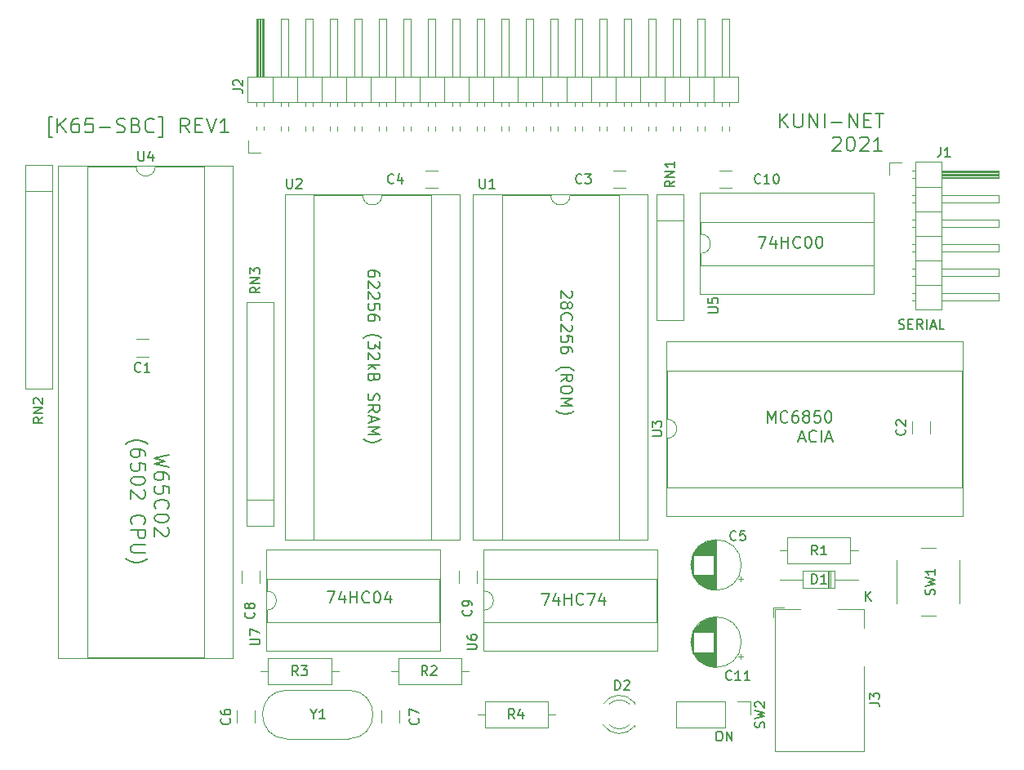
<source format=gto>
G04 #@! TF.GenerationSoftware,KiCad,Pcbnew,(5.1.10-1-10_14)*
G04 #@! TF.CreationDate,2021-12-18T16:14:33+09:00*
G04 #@! TF.ProjectId,K65-SBC,4b36352d-5342-4432-9e6b-696361645f70,rev?*
G04 #@! TF.SameCoordinates,PX5f5e100PY7a12000*
G04 #@! TF.FileFunction,Legend,Top*
G04 #@! TF.FilePolarity,Positive*
%FSLAX46Y46*%
G04 Gerber Fmt 4.6, Leading zero omitted, Abs format (unit mm)*
G04 Created by KiCad (PCBNEW (5.1.10-1-10_14)) date 2021-12-18 16:14:33*
%MOMM*%
%LPD*%
G01*
G04 APERTURE LIST*
%ADD10C,0.150000*%
%ADD11C,0.200000*%
%ADD12C,0.120000*%
G04 APERTURE END LIST*
D10*
X92190476Y43495239D02*
X92333333Y43447620D01*
X92571428Y43447620D01*
X92666666Y43495239D01*
X92714285Y43542858D01*
X92761904Y43638096D01*
X92761904Y43733334D01*
X92714285Y43828572D01*
X92666666Y43876191D01*
X92571428Y43923810D01*
X92380952Y43971429D01*
X92285714Y44019048D01*
X92238095Y44066667D01*
X92190476Y44161905D01*
X92190476Y44257143D01*
X92238095Y44352381D01*
X92285714Y44400000D01*
X92380952Y44447620D01*
X92619047Y44447620D01*
X92761904Y44400000D01*
X93190476Y43971429D02*
X93523809Y43971429D01*
X93666666Y43447620D02*
X93190476Y43447620D01*
X93190476Y44447620D01*
X93666666Y44447620D01*
X94666666Y43447620D02*
X94333333Y43923810D01*
X94095238Y43447620D02*
X94095238Y44447620D01*
X94476190Y44447620D01*
X94571428Y44400000D01*
X94619047Y44352381D01*
X94666666Y44257143D01*
X94666666Y44114286D01*
X94619047Y44019048D01*
X94571428Y43971429D01*
X94476190Y43923810D01*
X94095238Y43923810D01*
X95095238Y43447620D02*
X95095238Y44447620D01*
X95523809Y43733334D02*
X96000000Y43733334D01*
X95428571Y43447620D02*
X95761904Y44447620D01*
X96095238Y43447620D01*
X96904761Y43447620D02*
X96428571Y43447620D01*
X96428571Y44447620D01*
D11*
X32957142Y16257143D02*
X33757142Y16257143D01*
X33242857Y15057143D01*
X34728571Y15857143D02*
X34728571Y15057143D01*
X34442857Y16314286D02*
X34157142Y15457143D01*
X34900000Y15457143D01*
X35357142Y15057143D02*
X35357142Y16257143D01*
X35357142Y15685715D02*
X36042857Y15685715D01*
X36042857Y15057143D02*
X36042857Y16257143D01*
X37300000Y15171429D02*
X37242857Y15114286D01*
X37071428Y15057143D01*
X36957142Y15057143D01*
X36785714Y15114286D01*
X36671428Y15228572D01*
X36614285Y15342858D01*
X36557142Y15571429D01*
X36557142Y15742858D01*
X36614285Y15971429D01*
X36671428Y16085715D01*
X36785714Y16200000D01*
X36957142Y16257143D01*
X37071428Y16257143D01*
X37242857Y16200000D01*
X37300000Y16142858D01*
X38042857Y16257143D02*
X38157142Y16257143D01*
X38271428Y16200000D01*
X38328571Y16142858D01*
X38385714Y16028572D01*
X38442857Y15800000D01*
X38442857Y15514286D01*
X38385714Y15285715D01*
X38328571Y15171429D01*
X38271428Y15114286D01*
X38157142Y15057143D01*
X38042857Y15057143D01*
X37928571Y15114286D01*
X37871428Y15171429D01*
X37814285Y15285715D01*
X37757142Y15514286D01*
X37757142Y15800000D01*
X37814285Y16028572D01*
X37871428Y16142858D01*
X37928571Y16200000D01*
X38042857Y16257143D01*
X39471428Y15857143D02*
X39471428Y15057143D01*
X39185714Y16314286D02*
X38900000Y15457143D01*
X39642857Y15457143D01*
X55157142Y16057143D02*
X55957142Y16057143D01*
X55442857Y14857143D01*
X56928571Y15657143D02*
X56928571Y14857143D01*
X56642857Y16114286D02*
X56357142Y15257143D01*
X57100000Y15257143D01*
X57557142Y14857143D02*
X57557142Y16057143D01*
X57557142Y15485715D02*
X58242857Y15485715D01*
X58242857Y14857143D02*
X58242857Y16057143D01*
X59500000Y14971429D02*
X59442857Y14914286D01*
X59271428Y14857143D01*
X59157142Y14857143D01*
X58985714Y14914286D01*
X58871428Y15028572D01*
X58814285Y15142858D01*
X58757142Y15371429D01*
X58757142Y15542858D01*
X58814285Y15771429D01*
X58871428Y15885715D01*
X58985714Y16000000D01*
X59157142Y16057143D01*
X59271428Y16057143D01*
X59442857Y16000000D01*
X59500000Y15942858D01*
X59900000Y16057143D02*
X60700000Y16057143D01*
X60185714Y14857143D01*
X61671428Y15657143D02*
X61671428Y14857143D01*
X61385714Y16114286D02*
X61100000Y15257143D01*
X61842857Y15257143D01*
X79841428Y64346429D02*
X79841428Y65846429D01*
X80698571Y64346429D02*
X80055714Y65203572D01*
X80698571Y65846429D02*
X79841428Y64989286D01*
X81341428Y65846429D02*
X81341428Y64632143D01*
X81412857Y64489286D01*
X81484285Y64417858D01*
X81627142Y64346429D01*
X81912857Y64346429D01*
X82055714Y64417858D01*
X82127142Y64489286D01*
X82198571Y64632143D01*
X82198571Y65846429D01*
X82912857Y64346429D02*
X82912857Y65846429D01*
X83770000Y64346429D01*
X83770000Y65846429D01*
X84484285Y64346429D02*
X84484285Y65846429D01*
X85198571Y64917858D02*
X86341428Y64917858D01*
X87055714Y64346429D02*
X87055714Y65846429D01*
X87912857Y64346429D01*
X87912857Y65846429D01*
X88627142Y65132143D02*
X89127142Y65132143D01*
X89341428Y64346429D02*
X88627142Y64346429D01*
X88627142Y65846429D01*
X89341428Y65846429D01*
X89770000Y65846429D02*
X90627142Y65846429D01*
X90198571Y64346429D02*
X90198571Y65846429D01*
X85341428Y63253572D02*
X85412857Y63325000D01*
X85555714Y63396429D01*
X85912857Y63396429D01*
X86055714Y63325000D01*
X86127142Y63253572D01*
X86198571Y63110715D01*
X86198571Y62967858D01*
X86127142Y62753572D01*
X85270000Y61896429D01*
X86198571Y61896429D01*
X87127142Y63396429D02*
X87270000Y63396429D01*
X87412857Y63325000D01*
X87484285Y63253572D01*
X87555714Y63110715D01*
X87627142Y62825000D01*
X87627142Y62467858D01*
X87555714Y62182143D01*
X87484285Y62039286D01*
X87412857Y61967858D01*
X87270000Y61896429D01*
X87127142Y61896429D01*
X86984285Y61967858D01*
X86912857Y62039286D01*
X86841428Y62182143D01*
X86770000Y62467858D01*
X86770000Y62825000D01*
X86841428Y63110715D01*
X86912857Y63253572D01*
X86984285Y63325000D01*
X87127142Y63396429D01*
X88198571Y63253572D02*
X88270000Y63325000D01*
X88412857Y63396429D01*
X88770000Y63396429D01*
X88912857Y63325000D01*
X88984285Y63253572D01*
X89055714Y63110715D01*
X89055714Y62967858D01*
X88984285Y62753572D01*
X88127142Y61896429D01*
X89055714Y61896429D01*
X90484285Y61896429D02*
X89627142Y61896429D01*
X90055714Y61896429D02*
X90055714Y63396429D01*
X89912857Y63182143D01*
X89770000Y63039286D01*
X89627142Y62967858D01*
X4407142Y63321429D02*
X4050000Y63321429D01*
X4050000Y65464286D01*
X4407142Y65464286D01*
X4978571Y63821429D02*
X4978571Y65321429D01*
X5835714Y63821429D02*
X5192857Y64678572D01*
X5835714Y65321429D02*
X4978571Y64464286D01*
X7121428Y65321429D02*
X6835714Y65321429D01*
X6692857Y65250000D01*
X6621428Y65178572D01*
X6478571Y64964286D01*
X6407142Y64678572D01*
X6407142Y64107143D01*
X6478571Y63964286D01*
X6550000Y63892858D01*
X6692857Y63821429D01*
X6978571Y63821429D01*
X7121428Y63892858D01*
X7192857Y63964286D01*
X7264285Y64107143D01*
X7264285Y64464286D01*
X7192857Y64607143D01*
X7121428Y64678572D01*
X6978571Y64750000D01*
X6692857Y64750000D01*
X6550000Y64678572D01*
X6478571Y64607143D01*
X6407142Y64464286D01*
X8621428Y65321429D02*
X7907142Y65321429D01*
X7835714Y64607143D01*
X7907142Y64678572D01*
X8050000Y64750000D01*
X8407142Y64750000D01*
X8550000Y64678572D01*
X8621428Y64607143D01*
X8692857Y64464286D01*
X8692857Y64107143D01*
X8621428Y63964286D01*
X8550000Y63892858D01*
X8407142Y63821429D01*
X8050000Y63821429D01*
X7907142Y63892858D01*
X7835714Y63964286D01*
X9335714Y64392858D02*
X10478571Y64392858D01*
X11121428Y63892858D02*
X11335714Y63821429D01*
X11692857Y63821429D01*
X11835714Y63892858D01*
X11907142Y63964286D01*
X11978571Y64107143D01*
X11978571Y64250000D01*
X11907142Y64392858D01*
X11835714Y64464286D01*
X11692857Y64535715D01*
X11407142Y64607143D01*
X11264285Y64678572D01*
X11192857Y64750000D01*
X11121428Y64892858D01*
X11121428Y65035715D01*
X11192857Y65178572D01*
X11264285Y65250000D01*
X11407142Y65321429D01*
X11764285Y65321429D01*
X11978571Y65250000D01*
X13121428Y64607143D02*
X13335714Y64535715D01*
X13407142Y64464286D01*
X13478571Y64321429D01*
X13478571Y64107143D01*
X13407142Y63964286D01*
X13335714Y63892858D01*
X13192857Y63821429D01*
X12621428Y63821429D01*
X12621428Y65321429D01*
X13121428Y65321429D01*
X13264285Y65250000D01*
X13335714Y65178572D01*
X13407142Y65035715D01*
X13407142Y64892858D01*
X13335714Y64750000D01*
X13264285Y64678572D01*
X13121428Y64607143D01*
X12621428Y64607143D01*
X14978571Y63964286D02*
X14907142Y63892858D01*
X14692857Y63821429D01*
X14550000Y63821429D01*
X14335714Y63892858D01*
X14192857Y64035715D01*
X14121428Y64178572D01*
X14050000Y64464286D01*
X14050000Y64678572D01*
X14121428Y64964286D01*
X14192857Y65107143D01*
X14335714Y65250000D01*
X14550000Y65321429D01*
X14692857Y65321429D01*
X14907142Y65250000D01*
X14978571Y65178572D01*
X15478571Y63321429D02*
X15835714Y63321429D01*
X15835714Y65464286D01*
X15478571Y65464286D01*
X18621428Y63821429D02*
X18121428Y64535715D01*
X17764285Y63821429D02*
X17764285Y65321429D01*
X18335714Y65321429D01*
X18478571Y65250000D01*
X18550000Y65178572D01*
X18621428Y65035715D01*
X18621428Y64821429D01*
X18550000Y64678572D01*
X18478571Y64607143D01*
X18335714Y64535715D01*
X17764285Y64535715D01*
X19264285Y64607143D02*
X19764285Y64607143D01*
X19978571Y63821429D02*
X19264285Y63821429D01*
X19264285Y65321429D01*
X19978571Y65321429D01*
X20407142Y65321429D02*
X20907142Y63821429D01*
X21407142Y65321429D01*
X22692857Y63821429D02*
X21835714Y63821429D01*
X22264285Y63821429D02*
X22264285Y65321429D01*
X22121428Y65107143D01*
X21978571Y64964286D01*
X21835714Y64892858D01*
X78612857Y33757143D02*
X78612857Y34957143D01*
X79012857Y34100000D01*
X79412857Y34957143D01*
X79412857Y33757143D01*
X80670000Y33871429D02*
X80612857Y33814286D01*
X80441428Y33757143D01*
X80327142Y33757143D01*
X80155714Y33814286D01*
X80041428Y33928572D01*
X79984285Y34042858D01*
X79927142Y34271429D01*
X79927142Y34442858D01*
X79984285Y34671429D01*
X80041428Y34785715D01*
X80155714Y34900000D01*
X80327142Y34957143D01*
X80441428Y34957143D01*
X80612857Y34900000D01*
X80670000Y34842858D01*
X81698571Y34957143D02*
X81470000Y34957143D01*
X81355714Y34900000D01*
X81298571Y34842858D01*
X81184285Y34671429D01*
X81127142Y34442858D01*
X81127142Y33985715D01*
X81184285Y33871429D01*
X81241428Y33814286D01*
X81355714Y33757143D01*
X81584285Y33757143D01*
X81698571Y33814286D01*
X81755714Y33871429D01*
X81812857Y33985715D01*
X81812857Y34271429D01*
X81755714Y34385715D01*
X81698571Y34442858D01*
X81584285Y34500000D01*
X81355714Y34500000D01*
X81241428Y34442858D01*
X81184285Y34385715D01*
X81127142Y34271429D01*
X82498571Y34442858D02*
X82384285Y34500000D01*
X82327142Y34557143D01*
X82270000Y34671429D01*
X82270000Y34728572D01*
X82327142Y34842858D01*
X82384285Y34900000D01*
X82498571Y34957143D01*
X82727142Y34957143D01*
X82841428Y34900000D01*
X82898571Y34842858D01*
X82955714Y34728572D01*
X82955714Y34671429D01*
X82898571Y34557143D01*
X82841428Y34500000D01*
X82727142Y34442858D01*
X82498571Y34442858D01*
X82384285Y34385715D01*
X82327142Y34328572D01*
X82270000Y34214286D01*
X82270000Y33985715D01*
X82327142Y33871429D01*
X82384285Y33814286D01*
X82498571Y33757143D01*
X82727142Y33757143D01*
X82841428Y33814286D01*
X82898571Y33871429D01*
X82955714Y33985715D01*
X82955714Y34214286D01*
X82898571Y34328572D01*
X82841428Y34385715D01*
X82727142Y34442858D01*
X84041428Y34957143D02*
X83470000Y34957143D01*
X83412857Y34385715D01*
X83470000Y34442858D01*
X83584285Y34500000D01*
X83870000Y34500000D01*
X83984285Y34442858D01*
X84041428Y34385715D01*
X84098571Y34271429D01*
X84098571Y33985715D01*
X84041428Y33871429D01*
X83984285Y33814286D01*
X83870000Y33757143D01*
X83584285Y33757143D01*
X83470000Y33814286D01*
X83412857Y33871429D01*
X84841428Y34957143D02*
X84955714Y34957143D01*
X85070000Y34900000D01*
X85127142Y34842858D01*
X85184285Y34728572D01*
X85241428Y34500000D01*
X85241428Y34214286D01*
X85184285Y33985715D01*
X85127142Y33871429D01*
X85070000Y33814286D01*
X84955714Y33757143D01*
X84841428Y33757143D01*
X84727142Y33814286D01*
X84670000Y33871429D01*
X84612857Y33985715D01*
X84555714Y34214286D01*
X84555714Y34500000D01*
X84612857Y34728572D01*
X84670000Y34842858D01*
X84727142Y34900000D01*
X84841428Y34957143D01*
X81870000Y32100000D02*
X82441428Y32100000D01*
X81755714Y31757143D02*
X82155714Y32957143D01*
X82555714Y31757143D01*
X83641428Y31871429D02*
X83584285Y31814286D01*
X83412857Y31757143D01*
X83298571Y31757143D01*
X83127142Y31814286D01*
X83012857Y31928572D01*
X82955714Y32042858D01*
X82898571Y32271429D01*
X82898571Y32442858D01*
X82955714Y32671429D01*
X83012857Y32785715D01*
X83127142Y32900000D01*
X83298571Y32957143D01*
X83412857Y32957143D01*
X83584285Y32900000D01*
X83641428Y32842858D01*
X84155714Y31757143D02*
X84155714Y32957143D01*
X84670000Y32100000D02*
X85241428Y32100000D01*
X84555714Y31757143D02*
X84955714Y32957143D01*
X85355714Y31757143D01*
X77657142Y53057143D02*
X78457142Y53057143D01*
X77942857Y51857143D01*
X79428571Y52657143D02*
X79428571Y51857143D01*
X79142857Y53114286D02*
X78857142Y52257143D01*
X79600000Y52257143D01*
X80057142Y51857143D02*
X80057142Y53057143D01*
X80057142Y52485715D02*
X80742857Y52485715D01*
X80742857Y51857143D02*
X80742857Y53057143D01*
X82000000Y51971429D02*
X81942857Y51914286D01*
X81771428Y51857143D01*
X81657142Y51857143D01*
X81485714Y51914286D01*
X81371428Y52028572D01*
X81314285Y52142858D01*
X81257142Y52371429D01*
X81257142Y52542858D01*
X81314285Y52771429D01*
X81371428Y52885715D01*
X81485714Y53000000D01*
X81657142Y53057143D01*
X81771428Y53057143D01*
X81942857Y53000000D01*
X82000000Y52942858D01*
X82742857Y53057143D02*
X82857142Y53057143D01*
X82971428Y53000000D01*
X83028571Y52942858D01*
X83085714Y52828572D01*
X83142857Y52600000D01*
X83142857Y52314286D01*
X83085714Y52085715D01*
X83028571Y51971429D01*
X82971428Y51914286D01*
X82857142Y51857143D01*
X82742857Y51857143D01*
X82628571Y51914286D01*
X82571428Y51971429D01*
X82514285Y52085715D01*
X82457142Y52314286D01*
X82457142Y52600000D01*
X82514285Y52828572D01*
X82571428Y52942858D01*
X82628571Y53000000D01*
X82742857Y53057143D01*
X83885714Y53057143D02*
X84000000Y53057143D01*
X84114285Y53000000D01*
X84171428Y52942858D01*
X84228571Y52828572D01*
X84285714Y52600000D01*
X84285714Y52314286D01*
X84228571Y52085715D01*
X84171428Y51971429D01*
X84114285Y51914286D01*
X84000000Y51857143D01*
X83885714Y51857143D01*
X83771428Y51914286D01*
X83714285Y51971429D01*
X83657142Y52085715D01*
X83600000Y52314286D01*
X83600000Y52600000D01*
X83657142Y52828572D01*
X83714285Y52942858D01*
X83771428Y53000000D01*
X83885714Y53057143D01*
X58242857Y47400000D02*
X58300000Y47342858D01*
X58357142Y47228572D01*
X58357142Y46942858D01*
X58300000Y46828572D01*
X58242857Y46771429D01*
X58128571Y46714286D01*
X58014285Y46714286D01*
X57842857Y46771429D01*
X57157142Y47457143D01*
X57157142Y46714286D01*
X57842857Y46028572D02*
X57900000Y46142858D01*
X57957142Y46200000D01*
X58071428Y46257143D01*
X58128571Y46257143D01*
X58242857Y46200000D01*
X58300000Y46142858D01*
X58357142Y46028572D01*
X58357142Y45800000D01*
X58300000Y45685715D01*
X58242857Y45628572D01*
X58128571Y45571429D01*
X58071428Y45571429D01*
X57957142Y45628572D01*
X57900000Y45685715D01*
X57842857Y45800000D01*
X57842857Y46028572D01*
X57785714Y46142858D01*
X57728571Y46200000D01*
X57614285Y46257143D01*
X57385714Y46257143D01*
X57271428Y46200000D01*
X57214285Y46142858D01*
X57157142Y46028572D01*
X57157142Y45800000D01*
X57214285Y45685715D01*
X57271428Y45628572D01*
X57385714Y45571429D01*
X57614285Y45571429D01*
X57728571Y45628572D01*
X57785714Y45685715D01*
X57842857Y45800000D01*
X57271428Y44371429D02*
X57214285Y44428572D01*
X57157142Y44600000D01*
X57157142Y44714286D01*
X57214285Y44885715D01*
X57328571Y45000000D01*
X57442857Y45057143D01*
X57671428Y45114286D01*
X57842857Y45114286D01*
X58071428Y45057143D01*
X58185714Y45000000D01*
X58300000Y44885715D01*
X58357142Y44714286D01*
X58357142Y44600000D01*
X58300000Y44428572D01*
X58242857Y44371429D01*
X58242857Y43914286D02*
X58300000Y43857143D01*
X58357142Y43742858D01*
X58357142Y43457143D01*
X58300000Y43342858D01*
X58242857Y43285715D01*
X58128571Y43228572D01*
X58014285Y43228572D01*
X57842857Y43285715D01*
X57157142Y43971429D01*
X57157142Y43228572D01*
X58357142Y42142858D02*
X58357142Y42714286D01*
X57785714Y42771429D01*
X57842857Y42714286D01*
X57900000Y42600000D01*
X57900000Y42314286D01*
X57842857Y42200000D01*
X57785714Y42142858D01*
X57671428Y42085715D01*
X57385714Y42085715D01*
X57271428Y42142858D01*
X57214285Y42200000D01*
X57157142Y42314286D01*
X57157142Y42600000D01*
X57214285Y42714286D01*
X57271428Y42771429D01*
X58357142Y41057143D02*
X58357142Y41285715D01*
X58300000Y41400000D01*
X58242857Y41457143D01*
X58071428Y41571429D01*
X57842857Y41628572D01*
X57385714Y41628572D01*
X57271428Y41571429D01*
X57214285Y41514286D01*
X57157142Y41400000D01*
X57157142Y41171429D01*
X57214285Y41057143D01*
X57271428Y41000000D01*
X57385714Y40942858D01*
X57671428Y40942858D01*
X57785714Y41000000D01*
X57842857Y41057143D01*
X57900000Y41171429D01*
X57900000Y41400000D01*
X57842857Y41514286D01*
X57785714Y41571429D01*
X57671428Y41628572D01*
X56700000Y39171429D02*
X56757142Y39228572D01*
X56928571Y39342858D01*
X57042857Y39400000D01*
X57214285Y39457143D01*
X57500000Y39514286D01*
X57728571Y39514286D01*
X58014285Y39457143D01*
X58185714Y39400000D01*
X58300000Y39342858D01*
X58471428Y39228572D01*
X58528571Y39171429D01*
X57157142Y38028572D02*
X57728571Y38428572D01*
X57157142Y38714286D02*
X58357142Y38714286D01*
X58357142Y38257143D01*
X58300000Y38142858D01*
X58242857Y38085715D01*
X58128571Y38028572D01*
X57957142Y38028572D01*
X57842857Y38085715D01*
X57785714Y38142858D01*
X57728571Y38257143D01*
X57728571Y38714286D01*
X58357142Y37285715D02*
X58357142Y37057143D01*
X58300000Y36942858D01*
X58185714Y36828572D01*
X57957142Y36771429D01*
X57557142Y36771429D01*
X57328571Y36828572D01*
X57214285Y36942858D01*
X57157142Y37057143D01*
X57157142Y37285715D01*
X57214285Y37400000D01*
X57328571Y37514286D01*
X57557142Y37571429D01*
X57957142Y37571429D01*
X58185714Y37514286D01*
X58300000Y37400000D01*
X58357142Y37285715D01*
X57157142Y36257143D02*
X58357142Y36257143D01*
X57500000Y35857143D01*
X58357142Y35457143D01*
X57157142Y35457143D01*
X56700000Y35000000D02*
X56757142Y34942858D01*
X56928571Y34828572D01*
X57042857Y34771429D01*
X57214285Y34714286D01*
X57500000Y34657143D01*
X57728571Y34657143D01*
X58014285Y34714286D01*
X58185714Y34771429D01*
X58300000Y34828572D01*
X58471428Y34942858D01*
X58528571Y35000000D01*
X38357142Y48971429D02*
X38357142Y49200000D01*
X38300000Y49314286D01*
X38242857Y49371429D01*
X38071428Y49485715D01*
X37842857Y49542858D01*
X37385714Y49542858D01*
X37271428Y49485715D01*
X37214285Y49428572D01*
X37157142Y49314286D01*
X37157142Y49085715D01*
X37214285Y48971429D01*
X37271428Y48914286D01*
X37385714Y48857143D01*
X37671428Y48857143D01*
X37785714Y48914286D01*
X37842857Y48971429D01*
X37900000Y49085715D01*
X37900000Y49314286D01*
X37842857Y49428572D01*
X37785714Y49485715D01*
X37671428Y49542858D01*
X38242857Y48400000D02*
X38300000Y48342858D01*
X38357142Y48228572D01*
X38357142Y47942858D01*
X38300000Y47828572D01*
X38242857Y47771429D01*
X38128571Y47714286D01*
X38014285Y47714286D01*
X37842857Y47771429D01*
X37157142Y48457143D01*
X37157142Y47714286D01*
X38242857Y47257143D02*
X38300000Y47200000D01*
X38357142Y47085715D01*
X38357142Y46800000D01*
X38300000Y46685715D01*
X38242857Y46628572D01*
X38128571Y46571429D01*
X38014285Y46571429D01*
X37842857Y46628572D01*
X37157142Y47314286D01*
X37157142Y46571429D01*
X38357142Y45485715D02*
X38357142Y46057143D01*
X37785714Y46114286D01*
X37842857Y46057143D01*
X37900000Y45942858D01*
X37900000Y45657143D01*
X37842857Y45542858D01*
X37785714Y45485715D01*
X37671428Y45428572D01*
X37385714Y45428572D01*
X37271428Y45485715D01*
X37214285Y45542858D01*
X37157142Y45657143D01*
X37157142Y45942858D01*
X37214285Y46057143D01*
X37271428Y46114286D01*
X38357142Y44400000D02*
X38357142Y44628572D01*
X38300000Y44742858D01*
X38242857Y44800000D01*
X38071428Y44914286D01*
X37842857Y44971429D01*
X37385714Y44971429D01*
X37271428Y44914286D01*
X37214285Y44857143D01*
X37157142Y44742858D01*
X37157142Y44514286D01*
X37214285Y44400000D01*
X37271428Y44342858D01*
X37385714Y44285715D01*
X37671428Y44285715D01*
X37785714Y44342858D01*
X37842857Y44400000D01*
X37900000Y44514286D01*
X37900000Y44742858D01*
X37842857Y44857143D01*
X37785714Y44914286D01*
X37671428Y44971429D01*
X36700000Y42514286D02*
X36757142Y42571429D01*
X36928571Y42685715D01*
X37042857Y42742858D01*
X37214285Y42800000D01*
X37500000Y42857143D01*
X37728571Y42857143D01*
X38014285Y42800000D01*
X38185714Y42742858D01*
X38300000Y42685715D01*
X38471428Y42571429D01*
X38528571Y42514286D01*
X38357142Y42171429D02*
X38357142Y41428572D01*
X37900000Y41828572D01*
X37900000Y41657143D01*
X37842857Y41542858D01*
X37785714Y41485715D01*
X37671428Y41428572D01*
X37385714Y41428572D01*
X37271428Y41485715D01*
X37214285Y41542858D01*
X37157142Y41657143D01*
X37157142Y42000000D01*
X37214285Y42114286D01*
X37271428Y42171429D01*
X38242857Y40971429D02*
X38300000Y40914286D01*
X38357142Y40800000D01*
X38357142Y40514286D01*
X38300000Y40400000D01*
X38242857Y40342858D01*
X38128571Y40285715D01*
X38014285Y40285715D01*
X37842857Y40342858D01*
X37157142Y41028572D01*
X37157142Y40285715D01*
X37157142Y39771429D02*
X38357142Y39771429D01*
X37614285Y39657143D02*
X37157142Y39314286D01*
X37957142Y39314286D02*
X37500000Y39771429D01*
X37785714Y38400000D02*
X37728571Y38228572D01*
X37671428Y38171429D01*
X37557142Y38114286D01*
X37385714Y38114286D01*
X37271428Y38171429D01*
X37214285Y38228572D01*
X37157142Y38342858D01*
X37157142Y38800000D01*
X38357142Y38800000D01*
X38357142Y38400000D01*
X38300000Y38285715D01*
X38242857Y38228572D01*
X38128571Y38171429D01*
X38014285Y38171429D01*
X37900000Y38228572D01*
X37842857Y38285715D01*
X37785714Y38400000D01*
X37785714Y38800000D01*
X37214285Y36742858D02*
X37157142Y36571429D01*
X37157142Y36285715D01*
X37214285Y36171429D01*
X37271428Y36114286D01*
X37385714Y36057143D01*
X37500000Y36057143D01*
X37614285Y36114286D01*
X37671428Y36171429D01*
X37728571Y36285715D01*
X37785714Y36514286D01*
X37842857Y36628572D01*
X37900000Y36685715D01*
X38014285Y36742858D01*
X38128571Y36742858D01*
X38242857Y36685715D01*
X38300000Y36628572D01*
X38357142Y36514286D01*
X38357142Y36228572D01*
X38300000Y36057143D01*
X37157142Y34857143D02*
X37728571Y35257143D01*
X37157142Y35542858D02*
X38357142Y35542858D01*
X38357142Y35085715D01*
X38300000Y34971429D01*
X38242857Y34914286D01*
X38128571Y34857143D01*
X37957142Y34857143D01*
X37842857Y34914286D01*
X37785714Y34971429D01*
X37728571Y35085715D01*
X37728571Y35542858D01*
X37500000Y34400000D02*
X37500000Y33828572D01*
X37157142Y34514286D02*
X38357142Y34114286D01*
X37157142Y33714286D01*
X37157142Y33314286D02*
X38357142Y33314286D01*
X37500000Y32914286D01*
X38357142Y32514286D01*
X37157142Y32514286D01*
X36700000Y32057143D02*
X36757142Y32000000D01*
X36928571Y31885715D01*
X37042857Y31828572D01*
X37214285Y31771429D01*
X37500000Y31714286D01*
X37728571Y31714286D01*
X38014285Y31771429D01*
X38185714Y31828572D01*
X38300000Y31885715D01*
X38471428Y32000000D01*
X38528571Y32057143D01*
X16546428Y30421429D02*
X15046428Y30064286D01*
X16117857Y29778572D01*
X15046428Y29492858D01*
X16546428Y29135715D01*
X16546428Y27921429D02*
X16546428Y28207143D01*
X16475000Y28350000D01*
X16403571Y28421429D01*
X16189285Y28564286D01*
X15903571Y28635715D01*
X15332142Y28635715D01*
X15189285Y28564286D01*
X15117857Y28492858D01*
X15046428Y28350000D01*
X15046428Y28064286D01*
X15117857Y27921429D01*
X15189285Y27850000D01*
X15332142Y27778572D01*
X15689285Y27778572D01*
X15832142Y27850000D01*
X15903571Y27921429D01*
X15975000Y28064286D01*
X15975000Y28350000D01*
X15903571Y28492858D01*
X15832142Y28564286D01*
X15689285Y28635715D01*
X16546428Y26421429D02*
X16546428Y27135715D01*
X15832142Y27207143D01*
X15903571Y27135715D01*
X15975000Y26992858D01*
X15975000Y26635715D01*
X15903571Y26492858D01*
X15832142Y26421429D01*
X15689285Y26350000D01*
X15332142Y26350000D01*
X15189285Y26421429D01*
X15117857Y26492858D01*
X15046428Y26635715D01*
X15046428Y26992858D01*
X15117857Y27135715D01*
X15189285Y27207143D01*
X15189285Y24850000D02*
X15117857Y24921429D01*
X15046428Y25135715D01*
X15046428Y25278572D01*
X15117857Y25492858D01*
X15260714Y25635715D01*
X15403571Y25707143D01*
X15689285Y25778572D01*
X15903571Y25778572D01*
X16189285Y25707143D01*
X16332142Y25635715D01*
X16475000Y25492858D01*
X16546428Y25278572D01*
X16546428Y25135715D01*
X16475000Y24921429D01*
X16403571Y24850000D01*
X16546428Y23921429D02*
X16546428Y23778572D01*
X16475000Y23635715D01*
X16403571Y23564286D01*
X16260714Y23492858D01*
X15975000Y23421429D01*
X15617857Y23421429D01*
X15332142Y23492858D01*
X15189285Y23564286D01*
X15117857Y23635715D01*
X15046428Y23778572D01*
X15046428Y23921429D01*
X15117857Y24064286D01*
X15189285Y24135715D01*
X15332142Y24207143D01*
X15617857Y24278572D01*
X15975000Y24278572D01*
X16260714Y24207143D01*
X16403571Y24135715D01*
X16475000Y24064286D01*
X16546428Y23921429D01*
X16403571Y22850000D02*
X16475000Y22778572D01*
X16546428Y22635715D01*
X16546428Y22278572D01*
X16475000Y22135715D01*
X16403571Y22064286D01*
X16260714Y21992858D01*
X16117857Y21992858D01*
X15903571Y22064286D01*
X15046428Y22921429D01*
X15046428Y21992858D01*
X12025000Y31528572D02*
X12096428Y31600000D01*
X12310714Y31742858D01*
X12453571Y31814286D01*
X12667857Y31885715D01*
X13025000Y31957143D01*
X13310714Y31957143D01*
X13667857Y31885715D01*
X13882142Y31814286D01*
X14025000Y31742858D01*
X14239285Y31600000D01*
X14310714Y31528572D01*
X14096428Y30314286D02*
X14096428Y30600000D01*
X14025000Y30742858D01*
X13953571Y30814286D01*
X13739285Y30957143D01*
X13453571Y31028572D01*
X12882142Y31028572D01*
X12739285Y30957143D01*
X12667857Y30885715D01*
X12596428Y30742858D01*
X12596428Y30457143D01*
X12667857Y30314286D01*
X12739285Y30242858D01*
X12882142Y30171429D01*
X13239285Y30171429D01*
X13382142Y30242858D01*
X13453571Y30314286D01*
X13525000Y30457143D01*
X13525000Y30742858D01*
X13453571Y30885715D01*
X13382142Y30957143D01*
X13239285Y31028572D01*
X14096428Y28814286D02*
X14096428Y29528572D01*
X13382142Y29600000D01*
X13453571Y29528572D01*
X13525000Y29385715D01*
X13525000Y29028572D01*
X13453571Y28885715D01*
X13382142Y28814286D01*
X13239285Y28742858D01*
X12882142Y28742858D01*
X12739285Y28814286D01*
X12667857Y28885715D01*
X12596428Y29028572D01*
X12596428Y29385715D01*
X12667857Y29528572D01*
X12739285Y29600000D01*
X14096428Y27814286D02*
X14096428Y27671429D01*
X14025000Y27528572D01*
X13953571Y27457143D01*
X13810714Y27385715D01*
X13525000Y27314286D01*
X13167857Y27314286D01*
X12882142Y27385715D01*
X12739285Y27457143D01*
X12667857Y27528572D01*
X12596428Y27671429D01*
X12596428Y27814286D01*
X12667857Y27957143D01*
X12739285Y28028572D01*
X12882142Y28100000D01*
X13167857Y28171429D01*
X13525000Y28171429D01*
X13810714Y28100000D01*
X13953571Y28028572D01*
X14025000Y27957143D01*
X14096428Y27814286D01*
X13953571Y26742858D02*
X14025000Y26671429D01*
X14096428Y26528572D01*
X14096428Y26171429D01*
X14025000Y26028572D01*
X13953571Y25957143D01*
X13810714Y25885715D01*
X13667857Y25885715D01*
X13453571Y25957143D01*
X12596428Y26814286D01*
X12596428Y25885715D01*
X12739285Y23242858D02*
X12667857Y23314286D01*
X12596428Y23528572D01*
X12596428Y23671429D01*
X12667857Y23885715D01*
X12810714Y24028572D01*
X12953571Y24100000D01*
X13239285Y24171429D01*
X13453571Y24171429D01*
X13739285Y24100000D01*
X13882142Y24028572D01*
X14025000Y23885715D01*
X14096428Y23671429D01*
X14096428Y23528572D01*
X14025000Y23314286D01*
X13953571Y23242858D01*
X12596428Y22600000D02*
X14096428Y22600000D01*
X14096428Y22028572D01*
X14025000Y21885715D01*
X13953571Y21814286D01*
X13810714Y21742858D01*
X13596428Y21742858D01*
X13453571Y21814286D01*
X13382142Y21885715D01*
X13310714Y22028572D01*
X13310714Y22600000D01*
X14096428Y21100000D02*
X12882142Y21100000D01*
X12739285Y21028572D01*
X12667857Y20957143D01*
X12596428Y20814286D01*
X12596428Y20528572D01*
X12667857Y20385715D01*
X12739285Y20314286D01*
X12882142Y20242858D01*
X14096428Y20242858D01*
X12025000Y19671429D02*
X12096428Y19600000D01*
X12310714Y19457143D01*
X12453571Y19385715D01*
X12667857Y19314286D01*
X13025000Y19242858D01*
X13310714Y19242858D01*
X13667857Y19314286D01*
X13882142Y19385715D01*
X14025000Y19457143D01*
X14239285Y19600000D01*
X14310714Y19671429D01*
D10*
X73480952Y1747620D02*
X73671428Y1747620D01*
X73766666Y1700000D01*
X73861904Y1604762D01*
X73909523Y1414286D01*
X73909523Y1080953D01*
X73861904Y890477D01*
X73766666Y795239D01*
X73671428Y747620D01*
X73480952Y747620D01*
X73385714Y795239D01*
X73290476Y890477D01*
X73242857Y1080953D01*
X73242857Y1414286D01*
X73290476Y1604762D01*
X73385714Y1700000D01*
X73480952Y1747620D01*
X74338095Y747620D02*
X74338095Y1747620D01*
X74909523Y747620D01*
X74909523Y1747620D01*
D12*
X56120000Y57330000D02*
X51060000Y57330000D01*
X51060000Y57330000D02*
X51060000Y21650000D01*
X51060000Y21650000D02*
X63180000Y21650000D01*
X63180000Y21650000D02*
X63180000Y57330000D01*
X63180000Y57330000D02*
X58120000Y57330000D01*
X48060000Y57390000D02*
X48060000Y21590000D01*
X48060000Y21590000D02*
X66180000Y21590000D01*
X66180000Y21590000D02*
X66180000Y57390000D01*
X66180000Y57390000D02*
X48060000Y57390000D01*
X58120000Y57330000D02*
G75*
G02*
X56120000Y57330000I-1000000J0D01*
G01*
X28750000Y6025000D02*
X35150000Y6025000D01*
X28750000Y975000D02*
X35150000Y975000D01*
X35150000Y975000D02*
G75*
G03*
X35150000Y6025000I0J2525000D01*
G01*
X28750000Y975000D02*
G75*
G02*
X28750000Y6025000I0J2525000D01*
G01*
X26670000Y14310000D02*
X26670000Y13060000D01*
X26670000Y13060000D02*
X44570000Y13060000D01*
X44570000Y13060000D02*
X44570000Y17560000D01*
X44570000Y17560000D02*
X26670000Y17560000D01*
X26670000Y17560000D02*
X26670000Y16310000D01*
X26610000Y10060000D02*
X44630000Y10060000D01*
X44630000Y10060000D02*
X44630000Y20560000D01*
X44630000Y20560000D02*
X26610000Y20560000D01*
X26610000Y20560000D02*
X26610000Y10060000D01*
X26670000Y16310000D02*
G75*
G02*
X26670000Y14310000I0J-1000000D01*
G01*
X49170000Y14310000D02*
X49170000Y13060000D01*
X49170000Y13060000D02*
X67070000Y13060000D01*
X67070000Y13060000D02*
X67070000Y17560000D01*
X67070000Y17560000D02*
X49170000Y17560000D01*
X49170000Y17560000D02*
X49170000Y16310000D01*
X49110000Y10060000D02*
X67130000Y10060000D01*
X67130000Y10060000D02*
X67130000Y20560000D01*
X67130000Y20560000D02*
X49110000Y20560000D01*
X49110000Y20560000D02*
X49110000Y10060000D01*
X49170000Y16310000D02*
G75*
G02*
X49170000Y14310000I0J-1000000D01*
G01*
X71670000Y51310000D02*
X71670000Y50060000D01*
X71670000Y50060000D02*
X89570000Y50060000D01*
X89570000Y50060000D02*
X89570000Y54560000D01*
X89570000Y54560000D02*
X71670000Y54560000D01*
X71670000Y54560000D02*
X71670000Y53310000D01*
X71610000Y47060000D02*
X89630000Y47060000D01*
X89630000Y47060000D02*
X89630000Y57560000D01*
X89630000Y57560000D02*
X71610000Y57560000D01*
X71610000Y57560000D02*
X71610000Y47060000D01*
X71670000Y53310000D02*
G75*
G02*
X71670000Y51310000I0J-1000000D01*
G01*
X13120000Y60330000D02*
X8060000Y60330000D01*
X8060000Y60330000D02*
X8060000Y9410000D01*
X8060000Y9410000D02*
X20180000Y9410000D01*
X20180000Y9410000D02*
X20180000Y60330000D01*
X20180000Y60330000D02*
X15120000Y60330000D01*
X5060000Y60390000D02*
X5060000Y9350000D01*
X5060000Y9350000D02*
X23180000Y9350000D01*
X23180000Y9350000D02*
X23180000Y60390000D01*
X23180000Y60390000D02*
X5060000Y60390000D01*
X15120000Y60330000D02*
G75*
G02*
X13120000Y60330000I-1000000J0D01*
G01*
X68170000Y32120000D02*
X68170000Y27060000D01*
X68170000Y27060000D02*
X98770000Y27060000D01*
X98770000Y27060000D02*
X98770000Y39180000D01*
X98770000Y39180000D02*
X68170000Y39180000D01*
X68170000Y39180000D02*
X68170000Y34120000D01*
X68110000Y24060000D02*
X98830000Y24060000D01*
X98830000Y24060000D02*
X98830000Y42180000D01*
X98830000Y42180000D02*
X68110000Y42180000D01*
X68110000Y42180000D02*
X68110000Y24060000D01*
X68170000Y34120000D02*
G75*
G02*
X68170000Y32120000I0J-1000000D01*
G01*
X36620000Y57330000D02*
X31560000Y57330000D01*
X31560000Y57330000D02*
X31560000Y21650000D01*
X31560000Y21650000D02*
X43680000Y21650000D01*
X43680000Y21650000D02*
X43680000Y57330000D01*
X43680000Y57330000D02*
X38620000Y57330000D01*
X28560000Y57390000D02*
X28560000Y21590000D01*
X28560000Y21590000D02*
X46680000Y21590000D01*
X46680000Y21590000D02*
X46680000Y57390000D01*
X46680000Y57390000D02*
X28560000Y57390000D01*
X38620000Y57330000D02*
G75*
G02*
X36620000Y57330000I-1000000J0D01*
G01*
X69090000Y4830000D02*
X69090000Y2170000D01*
X74230000Y4830000D02*
X69090000Y4830000D01*
X74230000Y2170000D02*
X69090000Y2170000D01*
X74230000Y4830000D02*
X74230000Y2170000D01*
X75500000Y4830000D02*
X76830000Y4830000D01*
X76830000Y4830000D02*
X76830000Y3500000D01*
X92000000Y19500000D02*
X92000000Y15000000D01*
X96000000Y20750000D02*
X94500000Y20750000D01*
X98500000Y15000000D02*
X98500000Y19500000D01*
X94500000Y13750000D02*
X96000000Y13750000D01*
X24600000Y23060000D02*
X27400000Y23060000D01*
X27400000Y23060000D02*
X27400000Y46260000D01*
X27400000Y46260000D02*
X24600000Y46260000D01*
X24600000Y46260000D02*
X24600000Y23060000D01*
X24600000Y25770000D02*
X27400000Y25770000D01*
X4400000Y60440000D02*
X1600000Y60440000D01*
X1600000Y60440000D02*
X1600000Y37240000D01*
X1600000Y37240000D02*
X4400000Y37240000D01*
X4400000Y37240000D02*
X4400000Y60440000D01*
X4400000Y57730000D02*
X1600000Y57730000D01*
X69900000Y57440000D02*
X67100000Y57440000D01*
X67100000Y57440000D02*
X67100000Y44400000D01*
X67100000Y44400000D02*
X69900000Y44400000D01*
X69900000Y44400000D02*
X69900000Y57440000D01*
X69900000Y54730000D02*
X67100000Y54730000D01*
X49310000Y4870000D02*
X49310000Y2130000D01*
X49310000Y2130000D02*
X55850000Y2130000D01*
X55850000Y2130000D02*
X55850000Y4870000D01*
X55850000Y4870000D02*
X49310000Y4870000D01*
X48540000Y3500000D02*
X49310000Y3500000D01*
X56620000Y3500000D02*
X55850000Y3500000D01*
X26810000Y9370000D02*
X26810000Y6630000D01*
X26810000Y6630000D02*
X33350000Y6630000D01*
X33350000Y6630000D02*
X33350000Y9370000D01*
X33350000Y9370000D02*
X26810000Y9370000D01*
X26040000Y8000000D02*
X26810000Y8000000D01*
X34120000Y8000000D02*
X33350000Y8000000D01*
X40310000Y9370000D02*
X40310000Y6630000D01*
X40310000Y6630000D02*
X46850000Y6630000D01*
X46850000Y6630000D02*
X46850000Y9370000D01*
X46850000Y9370000D02*
X40310000Y9370000D01*
X39540000Y8000000D02*
X40310000Y8000000D01*
X47620000Y8000000D02*
X46850000Y8000000D01*
X87190000Y19130000D02*
X87190000Y21870000D01*
X87190000Y21870000D02*
X80650000Y21870000D01*
X80650000Y21870000D02*
X80650000Y19130000D01*
X80650000Y19130000D02*
X87190000Y19130000D01*
X87960000Y20500000D02*
X87190000Y20500000D01*
X79880000Y20500000D02*
X80650000Y20500000D01*
X80250000Y14600000D02*
X79200000Y14600000D01*
X79200000Y13550000D02*
X79200000Y14600000D01*
X88600000Y8500000D02*
X88600000Y-300000D01*
X88600000Y-300000D02*
X79400000Y-300000D01*
X85900000Y14400000D02*
X88600000Y14400000D01*
X88600000Y14400000D02*
X88600000Y12500000D01*
X79400000Y-300000D02*
X79400000Y14400000D01*
X79400000Y14400000D02*
X82000000Y14400000D01*
X24670000Y66980000D02*
X75590000Y66980000D01*
X75590000Y66980000D02*
X75590000Y69640000D01*
X75590000Y69640000D02*
X24670000Y69640000D01*
X24670000Y69640000D02*
X24670000Y66980000D01*
X25620000Y69640000D02*
X25620000Y75640000D01*
X25620000Y75640000D02*
X26380000Y75640000D01*
X26380000Y75640000D02*
X26380000Y69640000D01*
X25680000Y69640000D02*
X25680000Y75640000D01*
X25800000Y69640000D02*
X25800000Y75640000D01*
X25920000Y69640000D02*
X25920000Y75640000D01*
X26040000Y69640000D02*
X26040000Y75640000D01*
X26160000Y69640000D02*
X26160000Y75640000D01*
X26280000Y69640000D02*
X26280000Y75640000D01*
X25620000Y66582929D02*
X25620000Y66980000D01*
X26380000Y66582929D02*
X26380000Y66980000D01*
X25620000Y64110000D02*
X25620000Y64497071D01*
X26380000Y64110000D02*
X26380000Y64497071D01*
X27270000Y66980000D02*
X27270000Y69640000D01*
X28160000Y69640000D02*
X28160000Y75640000D01*
X28160000Y75640000D02*
X28920000Y75640000D01*
X28920000Y75640000D02*
X28920000Y69640000D01*
X28160000Y66582929D02*
X28160000Y66980000D01*
X28920000Y66582929D02*
X28920000Y66980000D01*
X28160000Y64042929D02*
X28160000Y64497071D01*
X28920000Y64042929D02*
X28920000Y64497071D01*
X29810000Y66980000D02*
X29810000Y69640000D01*
X30700000Y69640000D02*
X30700000Y75640000D01*
X30700000Y75640000D02*
X31460000Y75640000D01*
X31460000Y75640000D02*
X31460000Y69640000D01*
X30700000Y66582929D02*
X30700000Y66980000D01*
X31460000Y66582929D02*
X31460000Y66980000D01*
X30700000Y64042929D02*
X30700000Y64497071D01*
X31460000Y64042929D02*
X31460000Y64497071D01*
X32350000Y66980000D02*
X32350000Y69640000D01*
X33240000Y69640000D02*
X33240000Y75640000D01*
X33240000Y75640000D02*
X34000000Y75640000D01*
X34000000Y75640000D02*
X34000000Y69640000D01*
X33240000Y66582929D02*
X33240000Y66980000D01*
X34000000Y66582929D02*
X34000000Y66980000D01*
X33240000Y64042929D02*
X33240000Y64497071D01*
X34000000Y64042929D02*
X34000000Y64497071D01*
X34890000Y66980000D02*
X34890000Y69640000D01*
X35780000Y69640000D02*
X35780000Y75640000D01*
X35780000Y75640000D02*
X36540000Y75640000D01*
X36540000Y75640000D02*
X36540000Y69640000D01*
X35780000Y66582929D02*
X35780000Y66980000D01*
X36540000Y66582929D02*
X36540000Y66980000D01*
X35780000Y64042929D02*
X35780000Y64497071D01*
X36540000Y64042929D02*
X36540000Y64497071D01*
X37430000Y66980000D02*
X37430000Y69640000D01*
X38320000Y69640000D02*
X38320000Y75640000D01*
X38320000Y75640000D02*
X39080000Y75640000D01*
X39080000Y75640000D02*
X39080000Y69640000D01*
X38320000Y66582929D02*
X38320000Y66980000D01*
X39080000Y66582929D02*
X39080000Y66980000D01*
X38320000Y64042929D02*
X38320000Y64497071D01*
X39080000Y64042929D02*
X39080000Y64497071D01*
X39970000Y66980000D02*
X39970000Y69640000D01*
X40860000Y69640000D02*
X40860000Y75640000D01*
X40860000Y75640000D02*
X41620000Y75640000D01*
X41620000Y75640000D02*
X41620000Y69640000D01*
X40860000Y66582929D02*
X40860000Y66980000D01*
X41620000Y66582929D02*
X41620000Y66980000D01*
X40860000Y64042929D02*
X40860000Y64497071D01*
X41620000Y64042929D02*
X41620000Y64497071D01*
X42510000Y66980000D02*
X42510000Y69640000D01*
X43400000Y69640000D02*
X43400000Y75640000D01*
X43400000Y75640000D02*
X44160000Y75640000D01*
X44160000Y75640000D02*
X44160000Y69640000D01*
X43400000Y66582929D02*
X43400000Y66980000D01*
X44160000Y66582929D02*
X44160000Y66980000D01*
X43400000Y64042929D02*
X43400000Y64497071D01*
X44160000Y64042929D02*
X44160000Y64497071D01*
X45050000Y66980000D02*
X45050000Y69640000D01*
X45940000Y69640000D02*
X45940000Y75640000D01*
X45940000Y75640000D02*
X46700000Y75640000D01*
X46700000Y75640000D02*
X46700000Y69640000D01*
X45940000Y66582929D02*
X45940000Y66980000D01*
X46700000Y66582929D02*
X46700000Y66980000D01*
X45940000Y64042929D02*
X45940000Y64497071D01*
X46700000Y64042929D02*
X46700000Y64497071D01*
X47590000Y66980000D02*
X47590000Y69640000D01*
X48480000Y69640000D02*
X48480000Y75640000D01*
X48480000Y75640000D02*
X49240000Y75640000D01*
X49240000Y75640000D02*
X49240000Y69640000D01*
X48480000Y66582929D02*
X48480000Y66980000D01*
X49240000Y66582929D02*
X49240000Y66980000D01*
X48480000Y64042929D02*
X48480000Y64497071D01*
X49240000Y64042929D02*
X49240000Y64497071D01*
X50130000Y66980000D02*
X50130000Y69640000D01*
X51020000Y69640000D02*
X51020000Y75640000D01*
X51020000Y75640000D02*
X51780000Y75640000D01*
X51780000Y75640000D02*
X51780000Y69640000D01*
X51020000Y66582929D02*
X51020000Y66980000D01*
X51780000Y66582929D02*
X51780000Y66980000D01*
X51020000Y64042929D02*
X51020000Y64497071D01*
X51780000Y64042929D02*
X51780000Y64497071D01*
X52670000Y66980000D02*
X52670000Y69640000D01*
X53560000Y69640000D02*
X53560000Y75640000D01*
X53560000Y75640000D02*
X54320000Y75640000D01*
X54320000Y75640000D02*
X54320000Y69640000D01*
X53560000Y66582929D02*
X53560000Y66980000D01*
X54320000Y66582929D02*
X54320000Y66980000D01*
X53560000Y64042929D02*
X53560000Y64497071D01*
X54320000Y64042929D02*
X54320000Y64497071D01*
X55210000Y66980000D02*
X55210000Y69640000D01*
X56100000Y69640000D02*
X56100000Y75640000D01*
X56100000Y75640000D02*
X56860000Y75640000D01*
X56860000Y75640000D02*
X56860000Y69640000D01*
X56100000Y66582929D02*
X56100000Y66980000D01*
X56860000Y66582929D02*
X56860000Y66980000D01*
X56100000Y64042929D02*
X56100000Y64497071D01*
X56860000Y64042929D02*
X56860000Y64497071D01*
X57750000Y66980000D02*
X57750000Y69640000D01*
X58640000Y69640000D02*
X58640000Y75640000D01*
X58640000Y75640000D02*
X59400000Y75640000D01*
X59400000Y75640000D02*
X59400000Y69640000D01*
X58640000Y66582929D02*
X58640000Y66980000D01*
X59400000Y66582929D02*
X59400000Y66980000D01*
X58640000Y64042929D02*
X58640000Y64497071D01*
X59400000Y64042929D02*
X59400000Y64497071D01*
X60290000Y66980000D02*
X60290000Y69640000D01*
X61180000Y69640000D02*
X61180000Y75640000D01*
X61180000Y75640000D02*
X61940000Y75640000D01*
X61940000Y75640000D02*
X61940000Y69640000D01*
X61180000Y66582929D02*
X61180000Y66980000D01*
X61940000Y66582929D02*
X61940000Y66980000D01*
X61180000Y64042929D02*
X61180000Y64497071D01*
X61940000Y64042929D02*
X61940000Y64497071D01*
X62830000Y66980000D02*
X62830000Y69640000D01*
X63720000Y69640000D02*
X63720000Y75640000D01*
X63720000Y75640000D02*
X64480000Y75640000D01*
X64480000Y75640000D02*
X64480000Y69640000D01*
X63720000Y66582929D02*
X63720000Y66980000D01*
X64480000Y66582929D02*
X64480000Y66980000D01*
X63720000Y64042929D02*
X63720000Y64497071D01*
X64480000Y64042929D02*
X64480000Y64497071D01*
X65370000Y66980000D02*
X65370000Y69640000D01*
X66260000Y69640000D02*
X66260000Y75640000D01*
X66260000Y75640000D02*
X67020000Y75640000D01*
X67020000Y75640000D02*
X67020000Y69640000D01*
X66260000Y66582929D02*
X66260000Y66980000D01*
X67020000Y66582929D02*
X67020000Y66980000D01*
X66260000Y64042929D02*
X66260000Y64497071D01*
X67020000Y64042929D02*
X67020000Y64497071D01*
X67910000Y66980000D02*
X67910000Y69640000D01*
X68800000Y69640000D02*
X68800000Y75640000D01*
X68800000Y75640000D02*
X69560000Y75640000D01*
X69560000Y75640000D02*
X69560000Y69640000D01*
X68800000Y66582929D02*
X68800000Y66980000D01*
X69560000Y66582929D02*
X69560000Y66980000D01*
X68800000Y64042929D02*
X68800000Y64497071D01*
X69560000Y64042929D02*
X69560000Y64497071D01*
X70450000Y66980000D02*
X70450000Y69640000D01*
X71340000Y69640000D02*
X71340000Y75640000D01*
X71340000Y75640000D02*
X72100000Y75640000D01*
X72100000Y75640000D02*
X72100000Y69640000D01*
X71340000Y66582929D02*
X71340000Y66980000D01*
X72100000Y66582929D02*
X72100000Y66980000D01*
X71340000Y64042929D02*
X71340000Y64497071D01*
X72100000Y64042929D02*
X72100000Y64497071D01*
X72990000Y66980000D02*
X72990000Y69640000D01*
X73880000Y69640000D02*
X73880000Y75640000D01*
X73880000Y75640000D02*
X74640000Y75640000D01*
X74640000Y75640000D02*
X74640000Y69640000D01*
X73880000Y66582929D02*
X73880000Y66980000D01*
X74640000Y66582929D02*
X74640000Y66980000D01*
X73880000Y64042929D02*
X73880000Y64497071D01*
X74640000Y64042929D02*
X74640000Y64497071D01*
X26000000Y61730000D02*
X24730000Y61730000D01*
X24730000Y61730000D02*
X24730000Y63000000D01*
X93940000Y60830000D02*
X93940000Y45470000D01*
X93940000Y45470000D02*
X96600000Y45470000D01*
X96600000Y45470000D02*
X96600000Y60830000D01*
X96600000Y60830000D02*
X93940000Y60830000D01*
X96600000Y59880000D02*
X102600000Y59880000D01*
X102600000Y59880000D02*
X102600000Y59120000D01*
X102600000Y59120000D02*
X96600000Y59120000D01*
X96600000Y59820000D02*
X102600000Y59820000D01*
X96600000Y59700000D02*
X102600000Y59700000D01*
X96600000Y59580000D02*
X102600000Y59580000D01*
X96600000Y59460000D02*
X102600000Y59460000D01*
X96600000Y59340000D02*
X102600000Y59340000D01*
X96600000Y59220000D02*
X102600000Y59220000D01*
X93610000Y59880000D02*
X93940000Y59880000D01*
X93610000Y59120000D02*
X93940000Y59120000D01*
X93940000Y58230000D02*
X96600000Y58230000D01*
X96600000Y57340000D02*
X102600000Y57340000D01*
X102600000Y57340000D02*
X102600000Y56580000D01*
X102600000Y56580000D02*
X96600000Y56580000D01*
X93542929Y57340000D02*
X93940000Y57340000D01*
X93542929Y56580000D02*
X93940000Y56580000D01*
X93940000Y55690000D02*
X96600000Y55690000D01*
X96600000Y54800000D02*
X102600000Y54800000D01*
X102600000Y54800000D02*
X102600000Y54040000D01*
X102600000Y54040000D02*
X96600000Y54040000D01*
X93542929Y54800000D02*
X93940000Y54800000D01*
X93542929Y54040000D02*
X93940000Y54040000D01*
X93940000Y53150000D02*
X96600000Y53150000D01*
X96600000Y52260000D02*
X102600000Y52260000D01*
X102600000Y52260000D02*
X102600000Y51500000D01*
X102600000Y51500000D02*
X96600000Y51500000D01*
X93542929Y52260000D02*
X93940000Y52260000D01*
X93542929Y51500000D02*
X93940000Y51500000D01*
X93940000Y50610000D02*
X96600000Y50610000D01*
X96600000Y49720000D02*
X102600000Y49720000D01*
X102600000Y49720000D02*
X102600000Y48960000D01*
X102600000Y48960000D02*
X96600000Y48960000D01*
X93542929Y49720000D02*
X93940000Y49720000D01*
X93542929Y48960000D02*
X93940000Y48960000D01*
X93940000Y48070000D02*
X96600000Y48070000D01*
X96600000Y47180000D02*
X102600000Y47180000D01*
X102600000Y47180000D02*
X102600000Y46420000D01*
X102600000Y46420000D02*
X96600000Y46420000D01*
X93542929Y47180000D02*
X93940000Y47180000D01*
X93542929Y46420000D02*
X93940000Y46420000D01*
X91230000Y59500000D02*
X91230000Y60770000D01*
X91230000Y60770000D02*
X92500000Y60770000D01*
X64790000Y2264000D02*
X64790000Y2420000D01*
X64790000Y4580000D02*
X64790000Y4736000D01*
X62188870Y4579837D02*
G75*
G02*
X64270961Y4580000I1041130J-1079837D01*
G01*
X62188870Y2420163D02*
G75*
G03*
X64270961Y2420000I1041130J1079837D01*
G01*
X61557665Y4578608D02*
G75*
G02*
X64790000Y4735516I1672335J-1078608D01*
G01*
X61557665Y2421392D02*
G75*
G03*
X64790000Y2264484I1672335J1078608D01*
G01*
X85560000Y16580000D02*
X85560000Y18420000D01*
X85560000Y18420000D02*
X82280000Y18420000D01*
X82280000Y18420000D02*
X82280000Y16580000D01*
X82280000Y16580000D02*
X85560000Y16580000D01*
X88010000Y17500000D02*
X85560000Y17500000D01*
X79830000Y17500000D02*
X82280000Y17500000D01*
X84984000Y16580000D02*
X84984000Y18420000D01*
X84864000Y16580000D02*
X84864000Y18420000D01*
X85104000Y16580000D02*
X85104000Y18420000D01*
X75870000Y11000000D02*
G75*
G03*
X75870000Y11000000I-2620000J0D01*
G01*
X73250000Y8420000D02*
X73250000Y13580000D01*
X73210000Y8420000D02*
X73210000Y13580000D01*
X73170000Y8421000D02*
X73170000Y13579000D01*
X73130000Y8422000D02*
X73130000Y13578000D01*
X73090000Y8424000D02*
X73090000Y13576000D01*
X73050000Y8427000D02*
X73050000Y13573000D01*
X73010000Y8431000D02*
X73010000Y9960000D01*
X73010000Y12040000D02*
X73010000Y13569000D01*
X72970000Y8435000D02*
X72970000Y9960000D01*
X72970000Y12040000D02*
X72970000Y13565000D01*
X72930000Y8439000D02*
X72930000Y9960000D01*
X72930000Y12040000D02*
X72930000Y13561000D01*
X72890000Y8444000D02*
X72890000Y9960000D01*
X72890000Y12040000D02*
X72890000Y13556000D01*
X72850000Y8450000D02*
X72850000Y9960000D01*
X72850000Y12040000D02*
X72850000Y13550000D01*
X72810000Y8457000D02*
X72810000Y9960000D01*
X72810000Y12040000D02*
X72810000Y13543000D01*
X72770000Y8464000D02*
X72770000Y9960000D01*
X72770000Y12040000D02*
X72770000Y13536000D01*
X72730000Y8472000D02*
X72730000Y9960000D01*
X72730000Y12040000D02*
X72730000Y13528000D01*
X72690000Y8480000D02*
X72690000Y9960000D01*
X72690000Y12040000D02*
X72690000Y13520000D01*
X72650000Y8489000D02*
X72650000Y9960000D01*
X72650000Y12040000D02*
X72650000Y13511000D01*
X72610000Y8499000D02*
X72610000Y9960000D01*
X72610000Y12040000D02*
X72610000Y13501000D01*
X72570000Y8509000D02*
X72570000Y9960000D01*
X72570000Y12040000D02*
X72570000Y13491000D01*
X72529000Y8520000D02*
X72529000Y9960000D01*
X72529000Y12040000D02*
X72529000Y13480000D01*
X72489000Y8532000D02*
X72489000Y9960000D01*
X72489000Y12040000D02*
X72489000Y13468000D01*
X72449000Y8545000D02*
X72449000Y9960000D01*
X72449000Y12040000D02*
X72449000Y13455000D01*
X72409000Y8558000D02*
X72409000Y9960000D01*
X72409000Y12040000D02*
X72409000Y13442000D01*
X72369000Y8572000D02*
X72369000Y9960000D01*
X72369000Y12040000D02*
X72369000Y13428000D01*
X72329000Y8586000D02*
X72329000Y9960000D01*
X72329000Y12040000D02*
X72329000Y13414000D01*
X72289000Y8602000D02*
X72289000Y9960000D01*
X72289000Y12040000D02*
X72289000Y13398000D01*
X72249000Y8618000D02*
X72249000Y9960000D01*
X72249000Y12040000D02*
X72249000Y13382000D01*
X72209000Y8635000D02*
X72209000Y9960000D01*
X72209000Y12040000D02*
X72209000Y13365000D01*
X72169000Y8652000D02*
X72169000Y9960000D01*
X72169000Y12040000D02*
X72169000Y13348000D01*
X72129000Y8671000D02*
X72129000Y9960000D01*
X72129000Y12040000D02*
X72129000Y13329000D01*
X72089000Y8690000D02*
X72089000Y9960000D01*
X72089000Y12040000D02*
X72089000Y13310000D01*
X72049000Y8710000D02*
X72049000Y9960000D01*
X72049000Y12040000D02*
X72049000Y13290000D01*
X72009000Y8732000D02*
X72009000Y9960000D01*
X72009000Y12040000D02*
X72009000Y13268000D01*
X71969000Y8753000D02*
X71969000Y9960000D01*
X71969000Y12040000D02*
X71969000Y13247000D01*
X71929000Y8776000D02*
X71929000Y9960000D01*
X71929000Y12040000D02*
X71929000Y13224000D01*
X71889000Y8800000D02*
X71889000Y9960000D01*
X71889000Y12040000D02*
X71889000Y13200000D01*
X71849000Y8825000D02*
X71849000Y9960000D01*
X71849000Y12040000D02*
X71849000Y13175000D01*
X71809000Y8851000D02*
X71809000Y9960000D01*
X71809000Y12040000D02*
X71809000Y13149000D01*
X71769000Y8878000D02*
X71769000Y9960000D01*
X71769000Y12040000D02*
X71769000Y13122000D01*
X71729000Y8905000D02*
X71729000Y9960000D01*
X71729000Y12040000D02*
X71729000Y13095000D01*
X71689000Y8935000D02*
X71689000Y9960000D01*
X71689000Y12040000D02*
X71689000Y13065000D01*
X71649000Y8965000D02*
X71649000Y9960000D01*
X71649000Y12040000D02*
X71649000Y13035000D01*
X71609000Y8996000D02*
X71609000Y9960000D01*
X71609000Y12040000D02*
X71609000Y13004000D01*
X71569000Y9029000D02*
X71569000Y9960000D01*
X71569000Y12040000D02*
X71569000Y12971000D01*
X71529000Y9063000D02*
X71529000Y9960000D01*
X71529000Y12040000D02*
X71529000Y12937000D01*
X71489000Y9099000D02*
X71489000Y9960000D01*
X71489000Y12040000D02*
X71489000Y12901000D01*
X71449000Y9136000D02*
X71449000Y9960000D01*
X71449000Y12040000D02*
X71449000Y12864000D01*
X71409000Y9174000D02*
X71409000Y9960000D01*
X71409000Y12040000D02*
X71409000Y12826000D01*
X71369000Y9215000D02*
X71369000Y9960000D01*
X71369000Y12040000D02*
X71369000Y12785000D01*
X71329000Y9257000D02*
X71329000Y9960000D01*
X71329000Y12040000D02*
X71329000Y12743000D01*
X71289000Y9301000D02*
X71289000Y9960000D01*
X71289000Y12040000D02*
X71289000Y12699000D01*
X71249000Y9347000D02*
X71249000Y9960000D01*
X71249000Y12040000D02*
X71249000Y12653000D01*
X71209000Y9395000D02*
X71209000Y9960000D01*
X71209000Y12040000D02*
X71209000Y12605000D01*
X71169000Y9446000D02*
X71169000Y9960000D01*
X71169000Y12040000D02*
X71169000Y12554000D01*
X71129000Y9500000D02*
X71129000Y9960000D01*
X71129000Y12040000D02*
X71129000Y12500000D01*
X71089000Y9557000D02*
X71089000Y9960000D01*
X71089000Y12040000D02*
X71089000Y12443000D01*
X71049000Y9617000D02*
X71049000Y9960000D01*
X71049000Y12040000D02*
X71049000Y12383000D01*
X71009000Y9681000D02*
X71009000Y9960000D01*
X71009000Y12040000D02*
X71009000Y12319000D01*
X70969000Y9749000D02*
X70969000Y9960000D01*
X70969000Y12040000D02*
X70969000Y12251000D01*
X70929000Y9822000D02*
X70929000Y12178000D01*
X70889000Y9902000D02*
X70889000Y12098000D01*
X70849000Y9989000D02*
X70849000Y12011000D01*
X70809000Y10085000D02*
X70809000Y11915000D01*
X70769000Y10195000D02*
X70769000Y11805000D01*
X70729000Y10323000D02*
X70729000Y11677000D01*
X70689000Y10482000D02*
X70689000Y11518000D01*
X70649000Y10716000D02*
X70649000Y11284000D01*
X76054775Y9525000D02*
X75554775Y9525000D01*
X75804775Y9275000D02*
X75804775Y9775000D01*
X74879000Y58080000D02*
X73621000Y58080000D01*
X74879000Y59920000D02*
X73621000Y59920000D01*
X46580000Y17121000D02*
X46580000Y18379000D01*
X48420000Y17121000D02*
X48420000Y18379000D01*
X24080000Y17121000D02*
X24080000Y18379000D01*
X25920000Y17121000D02*
X25920000Y18379000D01*
X38580000Y2621000D02*
X38580000Y3879000D01*
X40420000Y2621000D02*
X40420000Y3879000D01*
X23580000Y2621000D02*
X23580000Y3879000D01*
X25420000Y2621000D02*
X25420000Y3879000D01*
X75870000Y19000000D02*
G75*
G03*
X75870000Y19000000I-2620000J0D01*
G01*
X73250000Y16420000D02*
X73250000Y21580000D01*
X73210000Y16420000D02*
X73210000Y21580000D01*
X73170000Y16421000D02*
X73170000Y21579000D01*
X73130000Y16422000D02*
X73130000Y21578000D01*
X73090000Y16424000D02*
X73090000Y21576000D01*
X73050000Y16427000D02*
X73050000Y21573000D01*
X73010000Y16431000D02*
X73010000Y17960000D01*
X73010000Y20040000D02*
X73010000Y21569000D01*
X72970000Y16435000D02*
X72970000Y17960000D01*
X72970000Y20040000D02*
X72970000Y21565000D01*
X72930000Y16439000D02*
X72930000Y17960000D01*
X72930000Y20040000D02*
X72930000Y21561000D01*
X72890000Y16444000D02*
X72890000Y17960000D01*
X72890000Y20040000D02*
X72890000Y21556000D01*
X72850000Y16450000D02*
X72850000Y17960000D01*
X72850000Y20040000D02*
X72850000Y21550000D01*
X72810000Y16457000D02*
X72810000Y17960000D01*
X72810000Y20040000D02*
X72810000Y21543000D01*
X72770000Y16464000D02*
X72770000Y17960000D01*
X72770000Y20040000D02*
X72770000Y21536000D01*
X72730000Y16472000D02*
X72730000Y17960000D01*
X72730000Y20040000D02*
X72730000Y21528000D01*
X72690000Y16480000D02*
X72690000Y17960000D01*
X72690000Y20040000D02*
X72690000Y21520000D01*
X72650000Y16489000D02*
X72650000Y17960000D01*
X72650000Y20040000D02*
X72650000Y21511000D01*
X72610000Y16499000D02*
X72610000Y17960000D01*
X72610000Y20040000D02*
X72610000Y21501000D01*
X72570000Y16509000D02*
X72570000Y17960000D01*
X72570000Y20040000D02*
X72570000Y21491000D01*
X72529000Y16520000D02*
X72529000Y17960000D01*
X72529000Y20040000D02*
X72529000Y21480000D01*
X72489000Y16532000D02*
X72489000Y17960000D01*
X72489000Y20040000D02*
X72489000Y21468000D01*
X72449000Y16545000D02*
X72449000Y17960000D01*
X72449000Y20040000D02*
X72449000Y21455000D01*
X72409000Y16558000D02*
X72409000Y17960000D01*
X72409000Y20040000D02*
X72409000Y21442000D01*
X72369000Y16572000D02*
X72369000Y17960000D01*
X72369000Y20040000D02*
X72369000Y21428000D01*
X72329000Y16586000D02*
X72329000Y17960000D01*
X72329000Y20040000D02*
X72329000Y21414000D01*
X72289000Y16602000D02*
X72289000Y17960000D01*
X72289000Y20040000D02*
X72289000Y21398000D01*
X72249000Y16618000D02*
X72249000Y17960000D01*
X72249000Y20040000D02*
X72249000Y21382000D01*
X72209000Y16635000D02*
X72209000Y17960000D01*
X72209000Y20040000D02*
X72209000Y21365000D01*
X72169000Y16652000D02*
X72169000Y17960000D01*
X72169000Y20040000D02*
X72169000Y21348000D01*
X72129000Y16671000D02*
X72129000Y17960000D01*
X72129000Y20040000D02*
X72129000Y21329000D01*
X72089000Y16690000D02*
X72089000Y17960000D01*
X72089000Y20040000D02*
X72089000Y21310000D01*
X72049000Y16710000D02*
X72049000Y17960000D01*
X72049000Y20040000D02*
X72049000Y21290000D01*
X72009000Y16732000D02*
X72009000Y17960000D01*
X72009000Y20040000D02*
X72009000Y21268000D01*
X71969000Y16753000D02*
X71969000Y17960000D01*
X71969000Y20040000D02*
X71969000Y21247000D01*
X71929000Y16776000D02*
X71929000Y17960000D01*
X71929000Y20040000D02*
X71929000Y21224000D01*
X71889000Y16800000D02*
X71889000Y17960000D01*
X71889000Y20040000D02*
X71889000Y21200000D01*
X71849000Y16825000D02*
X71849000Y17960000D01*
X71849000Y20040000D02*
X71849000Y21175000D01*
X71809000Y16851000D02*
X71809000Y17960000D01*
X71809000Y20040000D02*
X71809000Y21149000D01*
X71769000Y16878000D02*
X71769000Y17960000D01*
X71769000Y20040000D02*
X71769000Y21122000D01*
X71729000Y16905000D02*
X71729000Y17960000D01*
X71729000Y20040000D02*
X71729000Y21095000D01*
X71689000Y16935000D02*
X71689000Y17960000D01*
X71689000Y20040000D02*
X71689000Y21065000D01*
X71649000Y16965000D02*
X71649000Y17960000D01*
X71649000Y20040000D02*
X71649000Y21035000D01*
X71609000Y16996000D02*
X71609000Y17960000D01*
X71609000Y20040000D02*
X71609000Y21004000D01*
X71569000Y17029000D02*
X71569000Y17960000D01*
X71569000Y20040000D02*
X71569000Y20971000D01*
X71529000Y17063000D02*
X71529000Y17960000D01*
X71529000Y20040000D02*
X71529000Y20937000D01*
X71489000Y17099000D02*
X71489000Y17960000D01*
X71489000Y20040000D02*
X71489000Y20901000D01*
X71449000Y17136000D02*
X71449000Y17960000D01*
X71449000Y20040000D02*
X71449000Y20864000D01*
X71409000Y17174000D02*
X71409000Y17960000D01*
X71409000Y20040000D02*
X71409000Y20826000D01*
X71369000Y17215000D02*
X71369000Y17960000D01*
X71369000Y20040000D02*
X71369000Y20785000D01*
X71329000Y17257000D02*
X71329000Y17960000D01*
X71329000Y20040000D02*
X71329000Y20743000D01*
X71289000Y17301000D02*
X71289000Y17960000D01*
X71289000Y20040000D02*
X71289000Y20699000D01*
X71249000Y17347000D02*
X71249000Y17960000D01*
X71249000Y20040000D02*
X71249000Y20653000D01*
X71209000Y17395000D02*
X71209000Y17960000D01*
X71209000Y20040000D02*
X71209000Y20605000D01*
X71169000Y17446000D02*
X71169000Y17960000D01*
X71169000Y20040000D02*
X71169000Y20554000D01*
X71129000Y17500000D02*
X71129000Y17960000D01*
X71129000Y20040000D02*
X71129000Y20500000D01*
X71089000Y17557000D02*
X71089000Y17960000D01*
X71089000Y20040000D02*
X71089000Y20443000D01*
X71049000Y17617000D02*
X71049000Y17960000D01*
X71049000Y20040000D02*
X71049000Y20383000D01*
X71009000Y17681000D02*
X71009000Y17960000D01*
X71009000Y20040000D02*
X71009000Y20319000D01*
X70969000Y17749000D02*
X70969000Y17960000D01*
X70969000Y20040000D02*
X70969000Y20251000D01*
X70929000Y17822000D02*
X70929000Y20178000D01*
X70889000Y17902000D02*
X70889000Y20098000D01*
X70849000Y17989000D02*
X70849000Y20011000D01*
X70809000Y18085000D02*
X70809000Y19915000D01*
X70769000Y18195000D02*
X70769000Y19805000D01*
X70729000Y18323000D02*
X70729000Y19677000D01*
X70689000Y18482000D02*
X70689000Y19518000D01*
X70649000Y18716000D02*
X70649000Y19284000D01*
X76054775Y17525000D02*
X75554775Y17525000D01*
X75804775Y17275000D02*
X75804775Y17775000D01*
X43121000Y59920000D02*
X44379000Y59920000D01*
X43121000Y58080000D02*
X44379000Y58080000D01*
X62621000Y59920000D02*
X63879000Y59920000D01*
X62621000Y58080000D02*
X63879000Y58080000D01*
X93580000Y32621000D02*
X93580000Y33879000D01*
X95420000Y32621000D02*
X95420000Y33879000D01*
X14379000Y40580000D02*
X13121000Y40580000D01*
X14379000Y42420000D02*
X13121000Y42420000D01*
D10*
X48738095Y59047620D02*
X48738095Y58238096D01*
X48785714Y58142858D01*
X48833333Y58095239D01*
X48928571Y58047620D01*
X49119047Y58047620D01*
X49214285Y58095239D01*
X49261904Y58142858D01*
X49309523Y58238096D01*
X49309523Y59047620D01*
X50309523Y58047620D02*
X49738095Y58047620D01*
X50023809Y58047620D02*
X50023809Y59047620D01*
X49928571Y58904762D01*
X49833333Y58809524D01*
X49738095Y58761905D01*
X31523809Y3523810D02*
X31523809Y3047620D01*
X31190476Y4047620D02*
X31523809Y3523810D01*
X31857142Y4047620D01*
X32714285Y3047620D02*
X32142857Y3047620D01*
X32428571Y3047620D02*
X32428571Y4047620D01*
X32333333Y3904762D01*
X32238095Y3809524D01*
X32142857Y3761905D01*
X24952380Y10738096D02*
X25761904Y10738096D01*
X25857142Y10785715D01*
X25904761Y10833334D01*
X25952380Y10928572D01*
X25952380Y11119048D01*
X25904761Y11214286D01*
X25857142Y11261905D01*
X25761904Y11309524D01*
X24952380Y11309524D01*
X24952380Y11690477D02*
X24952380Y12357143D01*
X25952380Y11928572D01*
X47452380Y10238096D02*
X48261904Y10238096D01*
X48357142Y10285715D01*
X48404761Y10333334D01*
X48452380Y10428572D01*
X48452380Y10619048D01*
X48404761Y10714286D01*
X48357142Y10761905D01*
X48261904Y10809524D01*
X47452380Y10809524D01*
X47452380Y11714286D02*
X47452380Y11523810D01*
X47500000Y11428572D01*
X47547619Y11380953D01*
X47690476Y11285715D01*
X47880952Y11238096D01*
X48261904Y11238096D01*
X48357142Y11285715D01*
X48404761Y11333334D01*
X48452380Y11428572D01*
X48452380Y11619048D01*
X48404761Y11714286D01*
X48357142Y11761905D01*
X48261904Y11809524D01*
X48023809Y11809524D01*
X47928571Y11761905D01*
X47880952Y11714286D01*
X47833333Y11619048D01*
X47833333Y11428572D01*
X47880952Y11333334D01*
X47928571Y11285715D01*
X48023809Y11238096D01*
X72452380Y45138096D02*
X73261904Y45138096D01*
X73357142Y45185715D01*
X73404761Y45233334D01*
X73452380Y45328572D01*
X73452380Y45519048D01*
X73404761Y45614286D01*
X73357142Y45661905D01*
X73261904Y45709524D01*
X72452380Y45709524D01*
X72452380Y46661905D02*
X72452380Y46185715D01*
X72928571Y46138096D01*
X72880952Y46185715D01*
X72833333Y46280953D01*
X72833333Y46519048D01*
X72880952Y46614286D01*
X72928571Y46661905D01*
X73023809Y46709524D01*
X73261904Y46709524D01*
X73357142Y46661905D01*
X73404761Y46614286D01*
X73452380Y46519048D01*
X73452380Y46280953D01*
X73404761Y46185715D01*
X73357142Y46138096D01*
X13358095Y61877620D02*
X13358095Y61068096D01*
X13405714Y60972858D01*
X13453333Y60925239D01*
X13548571Y60877620D01*
X13739047Y60877620D01*
X13834285Y60925239D01*
X13881904Y60972858D01*
X13929523Y61068096D01*
X13929523Y61877620D01*
X14834285Y61544286D02*
X14834285Y60877620D01*
X14596190Y61925239D02*
X14358095Y61210953D01*
X14977142Y61210953D01*
X66622380Y32358096D02*
X67431904Y32358096D01*
X67527142Y32405715D01*
X67574761Y32453334D01*
X67622380Y32548572D01*
X67622380Y32739048D01*
X67574761Y32834286D01*
X67527142Y32881905D01*
X67431904Y32929524D01*
X66622380Y32929524D01*
X66622380Y33310477D02*
X66622380Y33929524D01*
X67003333Y33596191D01*
X67003333Y33739048D01*
X67050952Y33834286D01*
X67098571Y33881905D01*
X67193809Y33929524D01*
X67431904Y33929524D01*
X67527142Y33881905D01*
X67574761Y33834286D01*
X67622380Y33739048D01*
X67622380Y33453334D01*
X67574761Y33358096D01*
X67527142Y33310477D01*
X28738095Y59047620D02*
X28738095Y58238096D01*
X28785714Y58142858D01*
X28833333Y58095239D01*
X28928571Y58047620D01*
X29119047Y58047620D01*
X29214285Y58095239D01*
X29261904Y58142858D01*
X29309523Y58238096D01*
X29309523Y59047620D01*
X29738095Y58952381D02*
X29785714Y59000000D01*
X29880952Y59047620D01*
X30119047Y59047620D01*
X30214285Y59000000D01*
X30261904Y58952381D01*
X30309523Y58857143D01*
X30309523Y58761905D01*
X30261904Y58619048D01*
X29690476Y58047620D01*
X30309523Y58047620D01*
X78234761Y2166667D02*
X78282380Y2309524D01*
X78282380Y2547620D01*
X78234761Y2642858D01*
X78187142Y2690477D01*
X78091904Y2738096D01*
X77996666Y2738096D01*
X77901428Y2690477D01*
X77853809Y2642858D01*
X77806190Y2547620D01*
X77758571Y2357143D01*
X77710952Y2261905D01*
X77663333Y2214286D01*
X77568095Y2166667D01*
X77472857Y2166667D01*
X77377619Y2214286D01*
X77330000Y2261905D01*
X77282380Y2357143D01*
X77282380Y2595239D01*
X77330000Y2738096D01*
X77282380Y3071429D02*
X78282380Y3309524D01*
X77568095Y3500000D01*
X78282380Y3690477D01*
X77282380Y3928572D01*
X77377619Y4261905D02*
X77330000Y4309524D01*
X77282380Y4404762D01*
X77282380Y4642858D01*
X77330000Y4738096D01*
X77377619Y4785715D01*
X77472857Y4833334D01*
X77568095Y4833334D01*
X77710952Y4785715D01*
X78282380Y4214286D01*
X78282380Y4833334D01*
X95904761Y15916667D02*
X95952380Y16059524D01*
X95952380Y16297620D01*
X95904761Y16392858D01*
X95857142Y16440477D01*
X95761904Y16488096D01*
X95666666Y16488096D01*
X95571428Y16440477D01*
X95523809Y16392858D01*
X95476190Y16297620D01*
X95428571Y16107143D01*
X95380952Y16011905D01*
X95333333Y15964286D01*
X95238095Y15916667D01*
X95142857Y15916667D01*
X95047619Y15964286D01*
X95000000Y16011905D01*
X94952380Y16107143D01*
X94952380Y16345239D01*
X95000000Y16488096D01*
X94952380Y16821429D02*
X95952380Y17059524D01*
X95238095Y17250000D01*
X95952380Y17440477D01*
X94952380Y17678572D01*
X95952380Y18583334D02*
X95952380Y18011905D01*
X95952380Y18297620D02*
X94952380Y18297620D01*
X95095238Y18202381D01*
X95190476Y18107143D01*
X95238095Y18011905D01*
X25952380Y47809524D02*
X25476190Y47476191D01*
X25952380Y47238096D02*
X24952380Y47238096D01*
X24952380Y47619048D01*
X25000000Y47714286D01*
X25047619Y47761905D01*
X25142857Y47809524D01*
X25285714Y47809524D01*
X25380952Y47761905D01*
X25428571Y47714286D01*
X25476190Y47619048D01*
X25476190Y47238096D01*
X25952380Y48238096D02*
X24952380Y48238096D01*
X25952380Y48809524D01*
X24952380Y48809524D01*
X24952380Y49190477D02*
X24952380Y49809524D01*
X25333333Y49476191D01*
X25333333Y49619048D01*
X25380952Y49714286D01*
X25428571Y49761905D01*
X25523809Y49809524D01*
X25761904Y49809524D01*
X25857142Y49761905D01*
X25904761Y49714286D01*
X25952380Y49619048D01*
X25952380Y49333334D01*
X25904761Y49238096D01*
X25857142Y49190477D01*
X3452380Y34309524D02*
X2976190Y33976191D01*
X3452380Y33738096D02*
X2452380Y33738096D01*
X2452380Y34119048D01*
X2500000Y34214286D01*
X2547619Y34261905D01*
X2642857Y34309524D01*
X2785714Y34309524D01*
X2880952Y34261905D01*
X2928571Y34214286D01*
X2976190Y34119048D01*
X2976190Y33738096D01*
X3452380Y34738096D02*
X2452380Y34738096D01*
X3452380Y35309524D01*
X2452380Y35309524D01*
X2547619Y35738096D02*
X2500000Y35785715D01*
X2452380Y35880953D01*
X2452380Y36119048D01*
X2500000Y36214286D01*
X2547619Y36261905D01*
X2642857Y36309524D01*
X2738095Y36309524D01*
X2880952Y36261905D01*
X3452380Y35690477D01*
X3452380Y36309524D01*
X68952380Y58809524D02*
X68476190Y58476191D01*
X68952380Y58238096D02*
X67952380Y58238096D01*
X67952380Y58619048D01*
X68000000Y58714286D01*
X68047619Y58761905D01*
X68142857Y58809524D01*
X68285714Y58809524D01*
X68380952Y58761905D01*
X68428571Y58714286D01*
X68476190Y58619048D01*
X68476190Y58238096D01*
X68952380Y59238096D02*
X67952380Y59238096D01*
X68952380Y59809524D01*
X67952380Y59809524D01*
X68952380Y60809524D02*
X68952380Y60238096D01*
X68952380Y60523810D02*
X67952380Y60523810D01*
X68095238Y60428572D01*
X68190476Y60333334D01*
X68238095Y60238096D01*
X52333333Y3047620D02*
X52000000Y3523810D01*
X51761904Y3047620D02*
X51761904Y4047620D01*
X52142857Y4047620D01*
X52238095Y4000000D01*
X52285714Y3952381D01*
X52333333Y3857143D01*
X52333333Y3714286D01*
X52285714Y3619048D01*
X52238095Y3571429D01*
X52142857Y3523810D01*
X51761904Y3523810D01*
X53190476Y3714286D02*
X53190476Y3047620D01*
X52952380Y4095239D02*
X52714285Y3380953D01*
X53333333Y3380953D01*
X29913333Y7547620D02*
X29580000Y8023810D01*
X29341904Y7547620D02*
X29341904Y8547620D01*
X29722857Y8547620D01*
X29818095Y8500000D01*
X29865714Y8452381D01*
X29913333Y8357143D01*
X29913333Y8214286D01*
X29865714Y8119048D01*
X29818095Y8071429D01*
X29722857Y8023810D01*
X29341904Y8023810D01*
X30246666Y8547620D02*
X30865714Y8547620D01*
X30532380Y8166667D01*
X30675238Y8166667D01*
X30770476Y8119048D01*
X30818095Y8071429D01*
X30865714Y7976191D01*
X30865714Y7738096D01*
X30818095Y7642858D01*
X30770476Y7595239D01*
X30675238Y7547620D01*
X30389523Y7547620D01*
X30294285Y7595239D01*
X30246666Y7642858D01*
X43333333Y7547620D02*
X43000000Y8023810D01*
X42761904Y7547620D02*
X42761904Y8547620D01*
X43142857Y8547620D01*
X43238095Y8500000D01*
X43285714Y8452381D01*
X43333333Y8357143D01*
X43333333Y8214286D01*
X43285714Y8119048D01*
X43238095Y8071429D01*
X43142857Y8023810D01*
X42761904Y8023810D01*
X43714285Y8452381D02*
X43761904Y8500000D01*
X43857142Y8547620D01*
X44095238Y8547620D01*
X44190476Y8500000D01*
X44238095Y8452381D01*
X44285714Y8357143D01*
X44285714Y8261905D01*
X44238095Y8119048D01*
X43666666Y7547620D01*
X44285714Y7547620D01*
X83753333Y20047620D02*
X83420000Y20523810D01*
X83181904Y20047620D02*
X83181904Y21047620D01*
X83562857Y21047620D01*
X83658095Y21000000D01*
X83705714Y20952381D01*
X83753333Y20857143D01*
X83753333Y20714286D01*
X83705714Y20619048D01*
X83658095Y20571429D01*
X83562857Y20523810D01*
X83181904Y20523810D01*
X84705714Y20047620D02*
X84134285Y20047620D01*
X84420000Y20047620D02*
X84420000Y21047620D01*
X84324761Y20904762D01*
X84229523Y20809524D01*
X84134285Y20761905D01*
X89202380Y4716667D02*
X89916666Y4716667D01*
X90059523Y4669048D01*
X90154761Y4573810D01*
X90202380Y4430953D01*
X90202380Y4335715D01*
X89202380Y5097620D02*
X89202380Y5716667D01*
X89583333Y5383334D01*
X89583333Y5526191D01*
X89630952Y5621429D01*
X89678571Y5669048D01*
X89773809Y5716667D01*
X90011904Y5716667D01*
X90107142Y5669048D01*
X90154761Y5621429D01*
X90202380Y5526191D01*
X90202380Y5240477D01*
X90154761Y5145239D01*
X90107142Y5097620D01*
X23182380Y68321667D02*
X23896666Y68321667D01*
X24039523Y68274048D01*
X24134761Y68178810D01*
X24182380Y68035953D01*
X24182380Y67940715D01*
X23277619Y68750239D02*
X23230000Y68797858D01*
X23182380Y68893096D01*
X23182380Y69131191D01*
X23230000Y69226429D01*
X23277619Y69274048D01*
X23372857Y69321667D01*
X23468095Y69321667D01*
X23610952Y69274048D01*
X24182380Y68702620D01*
X24182380Y69321667D01*
X96551666Y62317620D02*
X96551666Y61603334D01*
X96504047Y61460477D01*
X96408809Y61365239D01*
X96265952Y61317620D01*
X96170714Y61317620D01*
X97551666Y61317620D02*
X96980238Y61317620D01*
X97265952Y61317620D02*
X97265952Y62317620D01*
X97170714Y62174762D01*
X97075476Y62079524D01*
X96980238Y62031905D01*
X62761904Y6047620D02*
X62761904Y7047620D01*
X63000000Y7047620D01*
X63142857Y7000000D01*
X63238095Y6904762D01*
X63285714Y6809524D01*
X63333333Y6619048D01*
X63333333Y6476191D01*
X63285714Y6285715D01*
X63238095Y6190477D01*
X63142857Y6095239D01*
X63000000Y6047620D01*
X62761904Y6047620D01*
X63714285Y6952381D02*
X63761904Y7000000D01*
X63857142Y7047620D01*
X64095238Y7047620D01*
X64190476Y7000000D01*
X64238095Y6952381D01*
X64285714Y6857143D01*
X64285714Y6761905D01*
X64238095Y6619048D01*
X63666666Y6047620D01*
X64285714Y6047620D01*
X83181904Y17047620D02*
X83181904Y18047620D01*
X83420000Y18047620D01*
X83562857Y18000000D01*
X83658095Y17904762D01*
X83705714Y17809524D01*
X83753333Y17619048D01*
X83753333Y17476191D01*
X83705714Y17285715D01*
X83658095Y17190477D01*
X83562857Y17095239D01*
X83420000Y17047620D01*
X83181904Y17047620D01*
X84705714Y17047620D02*
X84134285Y17047620D01*
X84420000Y17047620D02*
X84420000Y18047620D01*
X84324761Y17904762D01*
X84229523Y17809524D01*
X84134285Y17761905D01*
X88738095Y15297620D02*
X88738095Y16297620D01*
X89309523Y15297620D02*
X88880952Y15869048D01*
X89309523Y16297620D02*
X88738095Y15726191D01*
X74857142Y7142858D02*
X74809523Y7095239D01*
X74666666Y7047620D01*
X74571428Y7047620D01*
X74428571Y7095239D01*
X74333333Y7190477D01*
X74285714Y7285715D01*
X74238095Y7476191D01*
X74238095Y7619048D01*
X74285714Y7809524D01*
X74333333Y7904762D01*
X74428571Y8000000D01*
X74571428Y8047620D01*
X74666666Y8047620D01*
X74809523Y8000000D01*
X74857142Y7952381D01*
X75809523Y7047620D02*
X75238095Y7047620D01*
X75523809Y7047620D02*
X75523809Y8047620D01*
X75428571Y7904762D01*
X75333333Y7809524D01*
X75238095Y7761905D01*
X76761904Y7047620D02*
X76190476Y7047620D01*
X76476190Y7047620D02*
X76476190Y8047620D01*
X76380952Y7904762D01*
X76285714Y7809524D01*
X76190476Y7761905D01*
X77857142Y58642858D02*
X77809523Y58595239D01*
X77666666Y58547620D01*
X77571428Y58547620D01*
X77428571Y58595239D01*
X77333333Y58690477D01*
X77285714Y58785715D01*
X77238095Y58976191D01*
X77238095Y59119048D01*
X77285714Y59309524D01*
X77333333Y59404762D01*
X77428571Y59500000D01*
X77571428Y59547620D01*
X77666666Y59547620D01*
X77809523Y59500000D01*
X77857142Y59452381D01*
X78809523Y58547620D02*
X78238095Y58547620D01*
X78523809Y58547620D02*
X78523809Y59547620D01*
X78428571Y59404762D01*
X78333333Y59309524D01*
X78238095Y59261905D01*
X79428571Y59547620D02*
X79523809Y59547620D01*
X79619047Y59500000D01*
X79666666Y59452381D01*
X79714285Y59357143D01*
X79761904Y59166667D01*
X79761904Y58928572D01*
X79714285Y58738096D01*
X79666666Y58642858D01*
X79619047Y58595239D01*
X79523809Y58547620D01*
X79428571Y58547620D01*
X79333333Y58595239D01*
X79285714Y58642858D01*
X79238095Y58738096D01*
X79190476Y58928572D01*
X79190476Y59166667D01*
X79238095Y59357143D01*
X79285714Y59452381D01*
X79333333Y59500000D01*
X79428571Y59547620D01*
X47857142Y14333334D02*
X47904761Y14285715D01*
X47952380Y14142858D01*
X47952380Y14047620D01*
X47904761Y13904762D01*
X47809523Y13809524D01*
X47714285Y13761905D01*
X47523809Y13714286D01*
X47380952Y13714286D01*
X47190476Y13761905D01*
X47095238Y13809524D01*
X47000000Y13904762D01*
X46952380Y14047620D01*
X46952380Y14142858D01*
X47000000Y14285715D01*
X47047619Y14333334D01*
X47952380Y14809524D02*
X47952380Y15000000D01*
X47904761Y15095239D01*
X47857142Y15142858D01*
X47714285Y15238096D01*
X47523809Y15285715D01*
X47142857Y15285715D01*
X47047619Y15238096D01*
X47000000Y15190477D01*
X46952380Y15095239D01*
X46952380Y14904762D01*
X47000000Y14809524D01*
X47047619Y14761905D01*
X47142857Y14714286D01*
X47380952Y14714286D01*
X47476190Y14761905D01*
X47523809Y14809524D01*
X47571428Y14904762D01*
X47571428Y15095239D01*
X47523809Y15190477D01*
X47476190Y15238096D01*
X47380952Y15285715D01*
X25307142Y14083334D02*
X25354761Y14035715D01*
X25402380Y13892858D01*
X25402380Y13797620D01*
X25354761Y13654762D01*
X25259523Y13559524D01*
X25164285Y13511905D01*
X24973809Y13464286D01*
X24830952Y13464286D01*
X24640476Y13511905D01*
X24545238Y13559524D01*
X24450000Y13654762D01*
X24402380Y13797620D01*
X24402380Y13892858D01*
X24450000Y14035715D01*
X24497619Y14083334D01*
X24830952Y14654762D02*
X24783333Y14559524D01*
X24735714Y14511905D01*
X24640476Y14464286D01*
X24592857Y14464286D01*
X24497619Y14511905D01*
X24450000Y14559524D01*
X24402380Y14654762D01*
X24402380Y14845239D01*
X24450000Y14940477D01*
X24497619Y14988096D01*
X24592857Y15035715D01*
X24640476Y15035715D01*
X24735714Y14988096D01*
X24783333Y14940477D01*
X24830952Y14845239D01*
X24830952Y14654762D01*
X24878571Y14559524D01*
X24926190Y14511905D01*
X25021428Y14464286D01*
X25211904Y14464286D01*
X25307142Y14511905D01*
X25354761Y14559524D01*
X25402380Y14654762D01*
X25402380Y14845239D01*
X25354761Y14940477D01*
X25307142Y14988096D01*
X25211904Y15035715D01*
X25021428Y15035715D01*
X24926190Y14988096D01*
X24878571Y14940477D01*
X24830952Y14845239D01*
X42357142Y3083334D02*
X42404761Y3035715D01*
X42452380Y2892858D01*
X42452380Y2797620D01*
X42404761Y2654762D01*
X42309523Y2559524D01*
X42214285Y2511905D01*
X42023809Y2464286D01*
X41880952Y2464286D01*
X41690476Y2511905D01*
X41595238Y2559524D01*
X41500000Y2654762D01*
X41452380Y2797620D01*
X41452380Y2892858D01*
X41500000Y3035715D01*
X41547619Y3083334D01*
X41452380Y3416667D02*
X41452380Y4083334D01*
X42452380Y3654762D01*
X22807142Y3083334D02*
X22854761Y3035715D01*
X22902380Y2892858D01*
X22902380Y2797620D01*
X22854761Y2654762D01*
X22759523Y2559524D01*
X22664285Y2511905D01*
X22473809Y2464286D01*
X22330952Y2464286D01*
X22140476Y2511905D01*
X22045238Y2559524D01*
X21950000Y2654762D01*
X21902380Y2797620D01*
X21902380Y2892858D01*
X21950000Y3035715D01*
X21997619Y3083334D01*
X21902380Y3940477D02*
X21902380Y3750000D01*
X21950000Y3654762D01*
X21997619Y3607143D01*
X22140476Y3511905D01*
X22330952Y3464286D01*
X22711904Y3464286D01*
X22807142Y3511905D01*
X22854761Y3559524D01*
X22902380Y3654762D01*
X22902380Y3845239D01*
X22854761Y3940477D01*
X22807142Y3988096D01*
X22711904Y4035715D01*
X22473809Y4035715D01*
X22378571Y3988096D01*
X22330952Y3940477D01*
X22283333Y3845239D01*
X22283333Y3654762D01*
X22330952Y3559524D01*
X22378571Y3511905D01*
X22473809Y3464286D01*
X75333333Y21642858D02*
X75285714Y21595239D01*
X75142857Y21547620D01*
X75047619Y21547620D01*
X74904761Y21595239D01*
X74809523Y21690477D01*
X74761904Y21785715D01*
X74714285Y21976191D01*
X74714285Y22119048D01*
X74761904Y22309524D01*
X74809523Y22404762D01*
X74904761Y22500000D01*
X75047619Y22547620D01*
X75142857Y22547620D01*
X75285714Y22500000D01*
X75333333Y22452381D01*
X76238095Y22547620D02*
X75761904Y22547620D01*
X75714285Y22071429D01*
X75761904Y22119048D01*
X75857142Y22166667D01*
X76095238Y22166667D01*
X76190476Y22119048D01*
X76238095Y22071429D01*
X76285714Y21976191D01*
X76285714Y21738096D01*
X76238095Y21642858D01*
X76190476Y21595239D01*
X76095238Y21547620D01*
X75857142Y21547620D01*
X75761904Y21595239D01*
X75714285Y21642858D01*
X39833333Y58642858D02*
X39785714Y58595239D01*
X39642857Y58547620D01*
X39547619Y58547620D01*
X39404761Y58595239D01*
X39309523Y58690477D01*
X39261904Y58785715D01*
X39214285Y58976191D01*
X39214285Y59119048D01*
X39261904Y59309524D01*
X39309523Y59404762D01*
X39404761Y59500000D01*
X39547619Y59547620D01*
X39642857Y59547620D01*
X39785714Y59500000D01*
X39833333Y59452381D01*
X40690476Y59214286D02*
X40690476Y58547620D01*
X40452380Y59595239D02*
X40214285Y58880953D01*
X40833333Y58880953D01*
X59333333Y58642858D02*
X59285714Y58595239D01*
X59142857Y58547620D01*
X59047619Y58547620D01*
X58904761Y58595239D01*
X58809523Y58690477D01*
X58761904Y58785715D01*
X58714285Y58976191D01*
X58714285Y59119048D01*
X58761904Y59309524D01*
X58809523Y59404762D01*
X58904761Y59500000D01*
X59047619Y59547620D01*
X59142857Y59547620D01*
X59285714Y59500000D01*
X59333333Y59452381D01*
X59666666Y59547620D02*
X60285714Y59547620D01*
X59952380Y59166667D01*
X60095238Y59166667D01*
X60190476Y59119048D01*
X60238095Y59071429D01*
X60285714Y58976191D01*
X60285714Y58738096D01*
X60238095Y58642858D01*
X60190476Y58595239D01*
X60095238Y58547620D01*
X59809523Y58547620D01*
X59714285Y58595239D01*
X59666666Y58642858D01*
X92807142Y33083334D02*
X92854761Y33035715D01*
X92902380Y32892858D01*
X92902380Y32797620D01*
X92854761Y32654762D01*
X92759523Y32559524D01*
X92664285Y32511905D01*
X92473809Y32464286D01*
X92330952Y32464286D01*
X92140476Y32511905D01*
X92045238Y32559524D01*
X91950000Y32654762D01*
X91902380Y32797620D01*
X91902380Y32892858D01*
X91950000Y33035715D01*
X91997619Y33083334D01*
X91997619Y33464286D02*
X91950000Y33511905D01*
X91902380Y33607143D01*
X91902380Y33845239D01*
X91950000Y33940477D01*
X91997619Y33988096D01*
X92092857Y34035715D01*
X92188095Y34035715D01*
X92330952Y33988096D01*
X92902380Y33416667D01*
X92902380Y34035715D01*
X13583333Y39092858D02*
X13535714Y39045239D01*
X13392857Y38997620D01*
X13297619Y38997620D01*
X13154761Y39045239D01*
X13059523Y39140477D01*
X13011904Y39235715D01*
X12964285Y39426191D01*
X12964285Y39569048D01*
X13011904Y39759524D01*
X13059523Y39854762D01*
X13154761Y39950000D01*
X13297619Y39997620D01*
X13392857Y39997620D01*
X13535714Y39950000D01*
X13583333Y39902381D01*
X14535714Y38997620D02*
X13964285Y38997620D01*
X14250000Y38997620D02*
X14250000Y39997620D01*
X14154761Y39854762D01*
X14059523Y39759524D01*
X13964285Y39711905D01*
M02*

</source>
